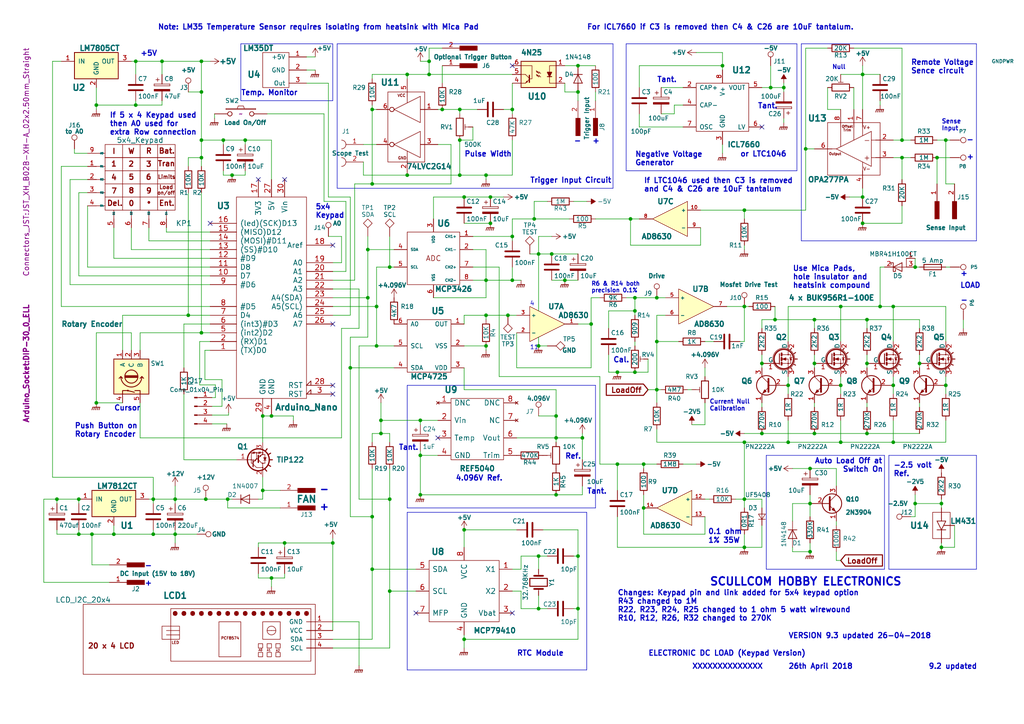
<source format=kicad_sch>
(kicad_sch (version 20230121) (generator eeschema)

  (uuid c0dab339-7200-490f-9e31-c88351ec25c5)

  (paper "A4")

  (title_block
    (date "29 apr 2017")
  )

  

  (junction (at 109.22 88.9) (diameter 0) (color 0 0 0 0)
    (uuid 009bea40-c6ab-4382-a7a7-5dd249f2666d)
  )
  (junction (at 142.24 64.77) (diameter 0) (color 0 0 0 0)
    (uuid 00fb6e88-9957-4c77-814d-fd9f1b51886b)
  )
  (junction (at 250.19 64.77) (diameter 0) (color 0 0 0 0)
    (uuid 043db40c-287d-4e83-80a3-5ad4c28cf681)
  )
  (junction (at 107.95 31.75) (diameter 0) (color 0 0 0 0)
    (uuid 046928e4-3f12-410f-b917-7ed1f7fc39f4)
  )
  (junction (at 251.46 125.73) (diameter 0) (color 0 0 0 0)
    (uuid 0d3d59f9-d781-4dbb-a361-ee857443e67d)
  )
  (junction (at 147.32 91.44) (diameter 0) (color 0 0 0 0)
    (uuid 0e882e62-5132-4e7f-b84a-b6c534d4131a)
  )
  (junction (at 234.95 146.05) (diameter 0) (color 0 0 0 0)
    (uuid 0e95e749-79d5-49bc-83b9-b6722752a31c)
  )
  (junction (at 78.74 120.65) (diameter 0) (color 0 0 0 0)
    (uuid 0ffe88c0-49e0-4352-9422-6f913a756c26)
  )
  (junction (at 71.12 40.64) (diameter 0) (color 0 0 0 0)
    (uuid 13a5470a-a5bf-42ff-a8ef-8cddc76647de)
  )
  (junction (at 106.68 72.39) (diameter 0) (color 0 0 0 0)
    (uuid 16c9ee7c-2f8b-4e00-b462-ebcd0d77ee79)
  )
  (junction (at 121.92 132.08) (diameter 0) (color 0 0 0 0)
    (uuid 193f888c-eb83-480e-bafd-7ef74e000293)
  )
  (junction (at 228.6 128.27) (diameter 0) (color 0 0 0 0)
    (uuid 1a011365-fd33-4fb1-8475-de570a234a15)
  )
  (junction (at 227.33 25.4) (diameter 0) (color 0 0 0 0)
    (uuid 1b6e421d-6d66-4cd0-9686-2a3775cd8ec5)
  )
  (junction (at 265.43 146.05) (diameter 0) (color 0 0 0 0)
    (uuid 1c257544-6587-4280-a5c5-ffe2fa538d4e)
  )
  (junction (at 156.21 100.33) (diameter 0) (color 0 0 0 0)
    (uuid 1c466665-ae42-4b17-9f4c-799148343285)
  )
  (junction (at 251.46 105.41) (diameter 0) (color 0 0 0 0)
    (uuid 1d730dd2-6b53-4b3c-ad53-ab310b2d3681)
  )
  (junction (at 154.94 63.5) (diameter 0) (color 0 0 0 0)
    (uuid 1ec3e635-a495-4904-85b9-a3a780a2d1dd)
  )
  (junction (at 54.61 91.44) (diameter 0) (color 0 0 0 0)
    (uuid 25548eb7-cf89-4f85-9257-d398970fc274)
  )
  (junction (at 259.08 88.9) (diameter 0) (color 0 0 0 0)
    (uuid 25af3824-4776-436e-9355-7fe05d29eeac)
  )
  (junction (at 148.59 81.28) (diameter 0) (color 0 0 0 0)
    (uuid 260e9ca8-a301-4edd-a5cd-45fb4ccf2d93)
  )
  (junction (at 142.24 57.15) (diameter 0) (color 0 0 0 0)
    (uuid 27dd389d-cc8f-4521-803d-09076bfbfd31)
  )
  (junction (at 251.46 92.71) (diameter 0) (color 0 0 0 0)
    (uuid 2aac4000-eb64-4234-bbc1-a8bbf9e75903)
  )
  (junction (at 107.95 165.1) (diameter 0) (color 0 0 0 0)
    (uuid 2ae17159-1c24-4f88-8d64-c77c873261b7)
  )
  (junction (at 140.97 50.8) (diameter 0) (color 0 0 0 0)
    (uuid 2b1a7aaa-7eda-4e38-8f56-3f4195eefc45)
  )
  (junction (at 39.37 17.78) (diameter 0) (color 0 0 0 0)
    (uuid 2de04134-4830-498c-869a-a37e08ba1697)
  )
  (junction (at 215.9 158.75) (diameter 0) (color 0 0 0 0)
    (uuid 2ef493ef-82e3-4755-af9d-8828ead400a0)
  )
  (junction (at 184.15 86.36) (diameter 0) (color 0 0 0 0)
    (uuid 30c09667-0302-4fa1-81fb-f3c27641db29)
  )
  (junction (at 96.52 157.48) (diameter 0) (color 0 0 0 0)
    (uuid 320672db-338e-48f4-bff3-8e249c3de089)
  )
  (junction (at 134.62 57.15) (diameter 0) (color 0 0 0 0)
    (uuid 330b5758-6456-46f4-9dd0-7bf7fafed021)
  )
  (junction (at 133.35 40.64) (diameter 0) (color 0 0 0 0)
    (uuid 35199ee0-8338-47f8-9739-7dc4d8bd8703)
  )
  (junction (at 140.97 81.28) (diameter 0) (color 0 0 0 0)
    (uuid 3579fe29-d5bf-496e-abc0-d9f636a58c6d)
  )
  (junction (at 168.91 127) (diameter 0) (color 0 0 0 0)
    (uuid 35bfb68a-11a4-4943-b497-c94fa120f2c4)
  )
  (junction (at 190.5 99.06) (diameter 0) (color 0 0 0 0)
    (uuid 3948a9e6-2f72-490b-83f7-4e16a32533ba)
  )
  (junction (at 171.45 93.98) (diameter 0) (color 0 0 0 0)
    (uuid 3ab97619-d799-4ce2-9195-2e593318877f)
  )
  (junction (at 228.6 111.76) (diameter 0) (color 0 0 0 0)
    (uuid 3df618dc-5886-4d8a-be4d-d7a1dc32080f)
  )
  (junction (at 107.95 53.34) (diameter 0) (color 0 0 0 0)
    (uuid 3e3b3548-1bb3-4316-aa3e-1fdeee419fdf)
  )
  (junction (at 67.31 50.8) (diameter 0) (color 0 0 0 0)
    (uuid 3f9e796c-35fc-4866-83c2-fd9e6bdac9cc)
  )
  (junction (at 167.64 26.67) (diameter 0) (color 0 0 0 0)
    (uuid 3fe158b5-396a-496c-8a88-272565e18f8e)
  )
  (junction (at 261.62 45.72) (diameter 0) (color 0 0 0 0)
    (uuid 4003e2ec-9ada-45b0-b60b-79f30d6400f8)
  )
  (junction (at 78.74 167.64) (diameter 0) (color 0 0 0 0)
    (uuid 43561682-7cde-486a-8a6e-af38641b3ef5)
  )
  (junction (at 160.02 73.66) (diameter 0) (color 0 0 0 0)
    (uuid 43c32df4-6b08-47ec-bdef-f40f3ebaf092)
  )
  (junction (at 186.69 134.62) (diameter 0) (color 0 0 0 0)
    (uuid 43e987a3-f0da-4c26-8a1b-c3b00bbc25bb)
  )
  (junction (at 22.86 144.78) (diameter 0) (color 0 0 0 0)
    (uuid 464aab46-83d1-4ab4-8e02-507e643667f3)
  )
  (junction (at 133.35 50.8) (diameter 0) (color 0 0 0 0)
    (uuid 46f71863-1765-4bd5-a1a1-d9fb4cdf0d18)
  )
  (junction (at 26.67 154.94) (diameter 0) (color 0 0 0 0)
    (uuid 4c3d2df7-2e21-4c28-9cb9-e16adf22822c)
  )
  (junction (at 46.99 17.78) (diameter 0) (color 0 0 0 0)
    (uuid 4e5a5728-d993-46b4-9b74-420d8addcae5)
  )
  (junction (at 58.42 17.78) (diameter 0) (color 0 0 0 0)
    (uuid 4f679ba5-ad65-4915-81a2-5cbf282fa84b)
  )
  (junction (at 58.42 26.67) (diameter 0) (color 0 0 0 0)
    (uuid 531c1c25-0d77-4106-87e0-ced2f1fcf4cb)
  )
  (junction (at 82.55 157.48) (diameter 0) (color 0 0 0 0)
    (uuid 55364418-2b83-4724-9144-19ec162a8a68)
  )
  (junction (at 39.37 30.48) (diameter 0) (color 0 0 0 0)
    (uuid 5d16569d-0640-4d1a-a265-2eefc197135d)
  )
  (junction (at 16.51 144.78) (diameter 0) (color 0 0 0 0)
    (uuid 5d9b17b7-d96a-45f5-8ad5-bf5880ffb73c)
  )
  (junction (at 133.35 31.75) (diameter 0) (color 0 0 0 0)
    (uuid 6261075b-95fc-41b1-8f10-ac3806dc3288)
  )
  (junction (at 44.45 144.78) (diameter 0) (color 0 0 0 0)
    (uuid 64c664cd-9236-48cb-9e9a-3475ec30f13c)
  )
  (junction (at 236.22 92.71) (diameter 0) (color 0 0 0 0)
    (uuid 64d7989c-238f-4758-b54b-02927958aa46)
  )
  (junction (at 59.69 144.78) (diameter 0) (color 0 0 0 0)
    (uuid 6ada5624-1423-4b84-b9b6-42d797182f14)
  )
  (junction (at 234.95 135.89) (diameter 0) (color 0 0 0 0)
    (uuid 70b5e439-57fb-44af-adda-a1d09d371774)
  )
  (junction (at 190.5 113.03) (diameter 0) (color 0 0 0 0)
    (uuid 7114de93-a4df-4a97-964b-6d032efa413f)
  )
  (junction (at 261.62 40.64) (diameter 0) (color 0 0 0 0)
    (uuid 73bb412e-6275-4cf1-a87d-8c5b344e7d4f)
  )
  (junction (at 184.15 107.95) (diameter 0) (color 0 0 0 0)
    (uuid 76a821bc-6a6c-4c89-9de7-1253f63a8daf)
  )
  (junction (at 106.68 86.36) (diameter 0) (color 0 0 0 0)
    (uuid 76f21600-8aae-4a32-b88b-02fe46f77e7f)
  )
  (junction (at 50.8 144.78) (diameter 0) (color 0 0 0 0)
    (uuid 77c6d049-b351-4050-8084-df8dedd94d69)
  )
  (junction (at 250.19 21.59) (diameter 0) (color 0 0 0 0)
    (uuid 781efaec-1a4b-46b2-9b1b-934d7102bb5e)
  )
  (junction (at 148.59 31.75) (diameter 0) (color 0 0 0 0)
    (uuid 78bfed4e-78f3-45d2-90ea-8f2a561a7e3a)
  )
  (junction (at 167.64 19.05) (diameter 0) (color 0 0 0 0)
    (uuid 7909fd16-996f-48c3-9d6f-4d93536289a6)
  )
  (junction (at 236.22 105.41) (diameter 0) (color 0 0 0 0)
    (uuid 799dd07a-b64e-40fe-b325-d366ad7d9487)
  )
  (junction (at 233.68 43.18) (diameter 0) (color 0 0 0 0)
    (uuid 7a6b95c3-5629-43d9-b098-febfd0bf619c)
  )
  (junction (at 101.6 106.68) (diameter 0) (color 0 0 0 0)
    (uuid 7c027495-c841-4a35-9ce1-778f0f565272)
  )
  (junction (at 271.78 45.72) (diameter 0) (color 0 0 0 0)
    (uuid 7c110c51-940f-4531-a6cb-8924e160e5b1)
  )
  (junction (at 50.8 154.94) (diameter 0) (color 0 0 0 0)
    (uuid 7ec128a6-2edd-4dc5-b50f-42f0d92afb8f)
  )
  (junction (at 118.11 21.59) (diameter 0) (color 0 0 0 0)
    (uuid 7f402294-1249-469c-8ef1-67240412ba1c)
  )
  (junction (at 110.49 121.92) (diameter 0) (color 0 0 0 0)
    (uuid 7f6af2f4-311d-4459-a10f-88853eee44f9)
  )
  (junction (at 107.95 149.86) (diameter 0) (color 0 0 0 0)
    (uuid 8028652b-52c4-44b8-830c-b0ada5fac244)
  )
  (junction (at 215.9 88.9) (diameter 0) (color 0 0 0 0)
    (uuid 80d98550-c159-4d91-8e64-ea28f5344858)
  )
  (junction (at 259.08 111.76) (diameter 0) (color 0 0 0 0)
    (uuid 8359ffb0-909c-48a1-bd21-61dd5cafbf74)
  )
  (junction (at 224.79 92.71) (diameter 0) (color 0 0 0 0)
    (uuid 84fb1374-92e0-4b93-b475-1d7a4b3006dc)
  )
  (junction (at 76.2 120.65) (diameter 0) (color 0 0 0 0)
    (uuid 883a1659-cbb5-4b59-95a9-baacf75b239a)
  )
  (junction (at 58.42 40.64) (diameter 0) (color 0 0 0 0)
    (uuid 893a403b-48fb-442c-aa1c-c8e11365b71a)
  )
  (junction (at 113.03 144.78) (diameter 0) (color 0 0 0 0)
    (uuid 89c3d47f-b387-4abf-a34f-1c872eb1a381)
  )
  (junction (at 33.02 154.94) (diameter 0) (color 0 0 0 0)
    (uuid 89e12670-0f4c-45c7-a4a3-58a6771b0aeb)
  )
  (junction (at 148.59 68.58) (diameter 0) (color 0 0 0 0)
    (uuid 8d1bca80-3076-437f-935e-c3e4aa5eaacd)
  )
  (junction (at 220.98 125.73) (diameter 0) (color 0 0 0 0)
    (uuid 905040a0-c622-4102-81da-7dc3dc45e40a)
  )
  (junction (at 140.97 91.44) (diameter 0) (color 0 0 0 0)
    (uuid 912aa542-0aa5-41b0-b504-37318fd477fd)
  )
  (junction (at 156.21 176.53) (diameter 0) (color 0 0 0 0)
    (uuid 91aea0c4-f8c2-4ffa-b0b8-fe8e6379fb62)
  )
  (junction (at 243.84 128.27) (diameter 0) (color 0 0 0 0)
    (uuid 950d3005-4848-4a26-83ed-7a87f529cb90)
  )
  (junction (at 27.94 116.84) (diameter 0) (color 0 0 0 0)
    (uuid 95ba4fa6-f488-4ec7-b8c6-65d4f2b751ec)
  )
  (junction (at 243.84 111.76) (diameter 0) (color 0 0 0 0)
    (uuid 984ac4b0-da5e-40ee-a849-d2e0e088dc9b)
  )
  (junction (at 215.9 60.96) (diameter 0) (color 0 0 0 0)
    (uuid 9bb0b1f5-2c29-4cdc-ad47-6e8499a1af4c)
  )
  (junction (at 161.29 120.65) (diameter 0) (color 0 0 0 0)
    (uuid 9bf3db7d-8019-4ace-8357-ec07625ba74b)
  )
  (junction (at 223.52 25.4) (diameter 0) (color 0 0 0 0)
    (uuid 9cedade0-e620-4736-8d8f-aef3bf85eb39)
  )
  (junction (at 236.22 125.73) (diameter 0) (color 0 0 0 0)
    (uuid 9ee38a63-dda3-48e9-962a-889290213042)
  )
  (junction (at 266.7 105.41) (diameter 0) (color 0 0 0 0)
    (uuid 9f4246d0-c769-46f7-94a3-3f096450cd1a)
  )
  (junction (at 64.77 40.64) (diameter 0) (color 0 0 0 0)
    (uuid a5a87e35-cfe1-49cd-babe-ed7f20151010)
  )
  (junction (at 179.07 107.95) (diameter 0) (color 0 0 0 0)
    (uuid aac1ca05-89e7-4da0-858e-61c91b7a858a)
  )
  (junction (at 113.03 171.45) (diameter 0) (color 0 0 0 0)
    (uuid abf6be8b-a944-444e-a1ef-9e253d16e579)
  )
  (junction (at 76.2 142.24) (diameter 0) (color 0 0 0 0)
    (uuid b07eed38-4aa8-41a7-a517-9592ed213380)
  )
  (junction (at 220.98 105.41) (diameter 0) (color 0 0 0 0)
    (uuid b1d50295-428b-451f-a0ce-080fedc18480)
  )
  (junction (at 215.9 128.27) (diameter 0) (color 0 0 0 0)
    (uuid b1f3a4ca-1cec-4bac-89ac-74edc6304324)
  )
  (junction (at 161.29 143.51) (diameter 0) (color 0 0 0 0)
    (uuid b28a49df-e5dc-42cb-9c7d-892941db4916)
  )
  (junction (at 66.04 144.78) (diameter 0) (color 0 0 0 0)
    (uuid b2d86c8a-8391-4d5f-8f5b-74d078e33e2d)
  )
  (junction (at 273.05 146.05) (diameter 0) (color 0 0 0 0)
    (uuid b5682b6e-85b8-432d-aca0-c6f2fab29ccc)
  )
  (junction (at 58.42 96.52) (diameter 0) (color 0 0 0 0)
    (uuid b64a61db-5f86-4fa5-8602-c178676bf95f)
  )
  (junction (at 156.21 161.29) (diameter 0) (color 0 0 0 0)
    (uuid b833042a-0213-473a-af3e-8ed0ea49fa24)
  )
  (junction (at 163.83 81.28) (diameter 0) (color 0 0 0 0)
    (uuid bb5a4e9f-6ca1-4d94-af8b-56497fded188)
  )
  (junction (at 243.84 88.9) (diameter 0) (color 0 0 0 0)
    (uuid bdb48397-723f-4199-b7f2-e647ce60e5cb)
  )
  (junction (at 167.64 176.53) (diameter 0) (color 0 0 0 0)
    (uuid bfc2199e-89d6-44b4-924c-0bc53c383796)
  )
  (junction (at 27.94 30.48) (diameter 0) (color 0 0 0 0)
    (uuid bfd75984-f4ac-454f-ae45-f2046d05a899)
  )
  (junction (at 124.46 17.78) (diameter 0) (color 0 0 0 0)
    (uuid c2cdd97d-4f0d-4eee-ba0d-a51ed0455be3)
  )
  (junction (at 179.07 134.62) (diameter 0) (color 0 0 0 0)
    (uuid c3128882-4a86-45d7-b4c0-c84e155a6702)
  )
  (junction (at 186.69 147.32) (diameter 0) (color 0 0 0 0)
    (uuid c353b7c7-b808-40d8-864b-73c8616d937d)
  )
  (junction (at 184.15 90.17) (diameter 0) (color 0 0 0 0)
    (uuid c71fea52-466d-4e93-8345-ac59c2db2e3c)
  )
  (junction (at 255.27 88.9) (diameter 0) (color 0 0 0 0)
    (uuid c8946769-4601-42f4-b6d0-5b408564c57e)
  )
  (junction (at 22.86 154.94) (diameter 0) (color 0 0 0 0)
    (uuid c9e806da-7940-4f1e-b7b5-24ea41d02926)
  )
  (junction (at 118.11 50.8) (diameter 0) (color 0 0 0 0)
    (uuid ccd3e10d-0079-4aa5-8d1b-d46595826a5c)
  )
  (junction (at 190.5 86.36) (diameter 0) (color 0 0 0 0)
    (uuid cd2baa7c-6b1a-4ef2-98c0-fb630903b25e)
  )
  (junction (at 113.03 77.47) (diameter 0) (color 0 0 0 0)
    (uuid cf6a5164-82d1-4ecb-a30e-ac7e0e989702)
  )
  (junction (at 182.88 63.5) (diameter 0) (color 0 0 0 0)
    (uuid d073beb0-8f0f-48c2-b582-f01ec8857307)
  )
  (junction (at 259.08 128.27) (diameter 0) (color 0 0 0 0)
    (uuid d1d01b2a-dc05-4c56-a568-a8aefc49b2bf)
  )
  (junction (at 274.32 111.76) (diameter 0) (color 0 0 0 0)
    (uuid d2a81043-1f62-4d08-8080-ca42d08f562d)
  )
  (junction (at 273.05 158.75) (diameter 0) (color 0 0 0 0)
    (uuid d2ce0779-5c74-45b5-8da2-641d254573c1)
  )
  (junction (at 121.92 121.92) (diameter 0) (color 0 0 0 0)
    (uuid d46aa0fb-5056-4ff8-ba4c-acdb6305ce61)
  )
  (junction (at 134.62 185.42) (diameter 0) (color 0 0 0 0)
    (uuid d6dab610-a16e-42e6-a97d-7168f043e47a)
  )
  (junction (at 121.92 143.51) (diameter 0) (color 0 0 0 0)
    (uuid d71e1fc8-b8be-4fc9-9cf2-d776140a50e4)
  )
  (junction (at 128.27 31.75) (diameter 0) (color 0 0 0 0)
    (uuid d7a9d838-73f4-4cc5-ba54-b6edc44f4845)
  )
  (junction (at 109.22 100.33) (diameter 0) (color 0 0 0 0)
    (uuid de3ac1fe-57b1-4503-854b-fce1e562c7f8)
  )
  (junction (at 156.21 73.66) (diameter 0) (color 0 0 0 0)
    (uuid decfa39b-da9d-4c71-adac-69c5c3a268ec)
  )
  (junction (at 234.95 160.02) (diameter 0) (color 0 0 0 0)
    (uuid e2ebbfe7-dc72-4111-a4b7-88f6f6212644)
  )
  (junction (at 209.55 19.05) (diameter 0) (color 0 0 0 0)
    (uuid e7e77ec6-b403-4fdd-a10d-651a4264d0c1)
  )
  (junction (at 124.46 21.59) (diameter 0) (color 0 0 0 0)
    (uuid e87f0d60-0d81-450a-a141-7e0eb926c066)
  )
  (junction (at 274.32 40.64) (diameter 0) (color 0 0 0 0)
    (uuid e8acbc82-d3a7-424c-b943-72f6d1051699)
  )
  (junction (at 44.45 154.94) (diameter 0) (color 0 0 0 0)
    (uuid e92c4eb0-2da3-4ef8-b4f7-36acce59d330)
  )
  (junction (at 215.9 144.78) (diameter 0) (color 0 0 0 0)
    (uuid ea0a27fb-0415-46db-92be-d7202d096b3c)
  )
  (junction (at 140.97 100.33) (diameter 0) (color 0 0 0 0)
    (uuid eb7e15f9-c8ef-4c21-ab28-fe20a3e5cf05)
  )
  (junction (at 265.43 77.47) (diameter 0) (color 0 0 0 0)
    (uuid ed4d9104-0964-422e-aa5e-6acb5fc342ac)
  )
  (junction (at 134.62 153.67) (diameter 0) (color 0 0 0 0)
    (uuid efdbfe55-6e44-4f9f-aef2-c02672930186)
  )
  (junction (at 167.64 161.29) (diameter 0) (color 0 0 0 0)
    (uuid f29d0244-ae0b-44eb-9d1e-38085dd15e88)
  )
  (junction (at 110.49 125.73) (diameter 0) (color 0 0 0 0)
    (uuid f33e70d5-c0a1-4c30-b95e-366fa3112056)
  )
  (junction (at 161.29 127) (diameter 0) (color 0 0 0 0)
    (uuid f58aea28-c32d-4a70-814c-5ecd838a0997)
  )
  (junction (at 58.42 45.72) (diameter 0) (color 0 0 0 0)
    (uuid f9a9d57d-7662-4480-ad78-ca862f6b1fa0)
  )
  (junction (at 250.19 57.15) (diameter 0) (color 0 0 0 0)
    (uuid fb6aa4b5-01ca-4d23-82b4-5166a3e596f8)
  )

  (no_connect (at 120.65 177.8) (uuid 01047da9-f2c6-4d93-98fa-fa554f8fe108))
  (no_connect (at 96.52 111.76) (uuid 0c772643-7ffd-40fa-9e62-cb1694285d28))
  (no_connect (at 96.52 114.3) (uuid 34289381-5c53-45bf-8853-c7cbfc64b58d))
  (no_connect (at 60.96 64.77) (uuid 3c819d6c-cf2e-47e2-a663-6312f66cef65))
  (no_connect (at 148.59 19.05) (uuid 60f5c9f1-12d2-4831-b511-a10e64da354c))
  (no_connect (at 148.59 177.8) (uuid 644e52d4-12d5-42b3-8701-3064dc3d3e49))
  (no_connect (at 74.93 52.07) (uuid 6f14970b-8839-4294-9f21-ad7275ad93a3))
  (no_connect (at 96.52 93.98) (uuid 7ab388f3-70a8-47db-88e0-def29ca34aa1))
  (no_connect (at 220.98 36.83) (uuid cf67e4cc-95b1-4520-8659-3889aca40a73))
  (no_connect (at 127 127) (uuid e7ca6cf4-d7cc-42fb-8577-8af262adc607))
  (no_connect (at 82.55 52.07) (uuid eed20f01-d1cb-4489-90fe-78586f7793f1))
  (no_connect (at 96.52 71.12) (uuid f4d10758-5fe2-4d33-b6be-8abb4f0ce661))

  (wire (pts (xy 82.55 167.64) (xy 82.55 166.37))
    (stroke (width 0) (type default))
    (uuid 008a0ccf-ced2-48fc-9583-c4c8ebbcd538)
  )
  (wire (pts (xy 184.15 86.36) (xy 190.5 86.36))
    (stroke (width 0) (type default))
    (uuid 012fd9ad-dc2c-4b30-b2bd-f28f555aba10)
  )
  (wire (pts (xy 259.08 40.64) (xy 261.62 40.64))
    (stroke (width 0) (type default))
    (uuid 013630e5-69a8-4eea-b287-ab725b7ddf8c)
  )
  (wire (pts (xy 243.84 162.56) (xy 242.57 162.56))
    (stroke (width 0) (type default))
    (uuid 01798979-7c8b-4bb3-b90d-3744d2283096)
  )
  (wire (pts (xy 27.94 30.48) (xy 39.37 30.48))
    (stroke (width 0) (type default))
    (uuid 01fc209d-0b0b-4e0b-8496-00b52250ae75)
  )
  (wire (pts (xy 204.47 154.94) (xy 204.47 149.86))
    (stroke (width 0) (type default))
    (uuid 024c5d22-5429-4742-b1b9-61476f22830e)
  )
  (wire (pts (xy 157.48 153.67) (xy 167.64 153.67))
    (stroke (width 0) (type default))
    (uuid 026f8f4c-73b5-4207-b542-9a24e56b52df)
  )
  (wire (pts (xy 134.62 113.03) (xy 161.29 113.03))
    (stroke (width 0) (type default))
    (uuid 0293807d-f40c-44b4-ba03-a8aeb451354c)
  )
  (wire (pts (xy 99.06 95.25) (xy 104.14 95.25))
    (stroke (width 0) (type default))
    (uuid 0294c937-07bc-4d7b-a757-6db2f0c48493)
  )
  (wire (pts (xy 134.62 57.15) (xy 142.24 57.15))
    (stroke (width 0) (type default))
    (uuid 02c90aec-8a90-4c02-ae89-57270da350cf)
  )
  (wire (pts (xy 96.52 78.74) (xy 100.33 78.74))
    (stroke (width 0) (type default))
    (uuid 0320b82a-a152-4294-9f5f-d4e1f255b1e8)
  )
  (wire (pts (xy 107.95 165.1) (xy 107.95 185.42))
    (stroke (width 0) (type default))
    (uuid 0321f1c0-7c13-43c0-8f44-b09f711b10fe)
  )
  (wire (pts (xy 64.77 40.64) (xy 71.12 40.64))
    (stroke (width 0) (type default))
    (uuid 038a9c7a-9b6f-4250-97dc-64006c0a4ab1)
  )
  (wire (pts (xy 38.1 17.78) (xy 39.37 17.78))
    (stroke (width 0) (type default))
    (uuid 03b21e96-14b6-4625-b81f-dd30052b542a)
  )
  (wire (pts (xy 100.33 78.74) (xy 100.33 58.42))
    (stroke (width 0) (type default))
    (uuid 03d60a02-443a-4039-a26c-a031cd45f02a)
  )
  (wire (pts (xy 265.43 146.05) (xy 265.43 149.86))
    (stroke (width 0) (type default))
    (uuid 03e59f4a-571c-471c-9616-77cfd2fcf4ef)
  )
  (wire (pts (xy 26.67 154.94) (xy 26.67 163.83))
    (stroke (width 0) (type default))
    (uuid 043ad369-3f3c-4fe7-af01-21782320683e)
  )
  (wire (pts (xy 134.62 64.77) (xy 142.24 64.77))
    (stroke (width 0) (type default))
    (uuid 04d0475c-8a34-4140-bdd1-cb85b1b6404b)
  )
  (wire (pts (xy 156.21 176.53) (xy 158.75 176.53))
    (stroke (width 0) (type default))
    (uuid 05126fbd-813b-4e10-a134-39b975b852fb)
  )
  (wire (pts (xy 233.68 60.96) (xy 233.68 43.18))
    (stroke (width 0) (type default))
    (uuid 060d206e-005c-49f6-af75-f905b6fda945)
  )
  (wire (pts (xy 250.19 19.05) (xy 250.19 21.59))
    (stroke (width 0) (type default))
    (uuid 07c7f641-e574-4abe-814f-fb8a3925fa59)
  )
  (wire (pts (xy 78.74 170.18) (xy 78.74 167.64))
    (stroke (width 0) (type default))
    (uuid 0866bde1-ed28-427d-a2a7-13350be9e4db)
  )
  (wire (pts (xy 38.1 72.39) (xy 60.96 72.39))
    (stroke (width 0) (type default))
    (uuid 0870a35b-fe51-4bdc-a79c-ee2395d072b6)
  )
  (wire (pts (xy 149.86 127) (xy 161.29 127))
    (stroke (width 0) (type default))
    (uuid 087dd7a4-3cde-422d-a83b-d34d0d0b77f2)
  )
  (wire (pts (xy 27.94 96.52) (xy 38.1 96.52))
    (stroke (width 0) (type default))
    (uuid 0962cb1b-7b7f-4aec-a3b6-708209a0ee8c)
  )
  (wire (pts (xy 21.59 44.45) (xy 25.4 44.45))
    (stroke (width 0) (type default))
    (uuid 096f1527-4c4f-4c33-97ad-a99a53d4c4c0)
  )
  (wire (pts (xy 46.99 17.78) (xy 58.42 17.78))
    (stroke (width 0) (type default))
    (uuid 09b167c8-5b32-4bd2-abe4-72a62290c6f3)
  )
  (wire (pts (xy 148.59 171.45) (xy 151.13 171.45))
    (stroke (width 0) (type default))
    (uuid 0a31ae08-6ef3-4c02-bc39-f65c84a4be5a)
  )
  (wire (pts (xy 64.77 49.53) (xy 64.77 50.8))
    (stroke (width 0) (type default))
    (uuid 0a554411-5195-4918-88b1-5eff501a3525)
  )
  (wire (pts (xy 54.61 45.72) (xy 54.61 48.26))
    (stroke (width 0) (type default))
    (uuid 0ae3b54f-94d4-4c90-8a0e-5679dca57ebf)
  )
  (wire (pts (xy 140.97 81.28) (xy 148.59 81.28))
    (stroke (width 0) (type default))
    (uuid 0c0134c9-f5ca-420d-ac1f-b0df90c8e6ce)
  )
  (wire (pts (xy 59.436 101.6) (xy 59.436 110.109))
    (stroke (width 0) (type default))
    (uuid 0c40a665-b7a8-4c27-ba28-b115e285a68e)
  )
  (wire (pts (xy 233.68 13.97) (xy 240.03 13.97))
    (stroke (width 0) (type default))
    (uuid 0cdc33a7-6b20-4f87-bb0b-eb26467cc363)
  )
  (wire (pts (xy 176.53 102.87) (xy 176.53 107.95))
    (stroke (width 0) (type default))
    (uuid 0d3095c7-cf94-44f5-b0e9-817382490fb5)
  )
  (wire (pts (xy 236.22 92.71) (xy 236.22 95.25))
    (stroke (width 0) (type default))
    (uuid 0da970f4-eb2a-4b99-ae58-73afaca5c9a3)
  )
  (wire (pts (xy 243.84 88.9) (xy 243.84 99.06))
    (stroke (width 0) (type default))
    (uuid 0dd2487b-8ba4-4128-814c-1934fe1bf2f4)
  )
  (wire (pts (xy 134.62 153.67) (xy 149.86 153.67))
    (stroke (width 0) (type default))
    (uuid 0e3dc898-7cff-44b8-9ebc-4be177bda9e9)
  )
  (wire (pts (xy 203.2 71.12) (xy 203.2 66.04))
    (stroke (width 0) (type default))
    (uuid 0e4a3de1-a96f-4a68-ba87-fd8054a7fc0d)
  )
  (wire (pts (xy 74.93 158.75) (xy 74.93 157.48))
    (stroke (width 0) (type default))
    (uuid 0ecd1bd6-d3fc-43d4-87da-8850b57e5017)
  )
  (wire (pts (xy 274.32 53.34) (xy 274.32 40.64))
    (stroke (width 0) (type default))
    (uuid 0f4abc7e-bb18-4f62-a12c-aeaf0578efc9)
  )
  (wire (pts (xy 168.91 127) (xy 168.91 133.35))
    (stroke (width 0) (type default))
    (uuid 0fecad5f-1423-4d6e-b44a-eeaab1c2d23b)
  )
  (wire (pts (xy 109.22 77.47) (xy 113.03 77.47))
    (stroke (width 0) (type default))
    (uuid 10e5f66b-f74d-4c2d-85c8-e6b151e99129)
  )
  (wire (pts (xy 104.14 144.78) (xy 113.03 144.78))
    (stroke (width 0) (type default))
    (uuid 1197ed07-46f4-4d1d-8b3e-3890f68e7996)
  )
  (wire (pts (xy 78.74 40.64) (xy 78.74 52.07))
    (stroke (width 0) (type default))
    (uuid 1208fd02-3972-4483-8b9b-1b08cbe6b34d)
  )
  (wire (pts (xy 118.11 50.8) (xy 133.35 50.8))
    (stroke (width 0) (type default))
    (uuid 136d36cd-a116-4135-96f0-fe7233acc78e)
  )
  (wire (pts (xy 228.6 88.9) (xy 243.84 88.9))
    (stroke (width 0) (type default))
    (uuid 137ae3eb-3d1a-4e67-bb32-2391ee40e58b)
  )
  (wire (pts (xy 161.29 113.03) (xy 161.29 120.65))
    (stroke (width 0) (type default))
    (uuid 13dade52-04dd-4853-a7e1-1f17e6ffd4ba)
  )
  (wire (pts (xy 153.67 73.66) (xy 156.21 73.66))
    (stroke (width 0) (type default))
    (uuid 13f21f9f-6fe8-46df-95bf-b92b8e377476)
  )
  (polyline (pts (xy 283.21 69.85) (xy 232.41 69.85))
    (stroke (width 0) (type default))
    (uuid 146c52c1-7882-4ce7-a518-f9b8ea68234e)
  )

  (wire (pts (xy 201.93 15.24) (xy 209.55 15.24))
    (stroke (width 0) (type default))
    (uuid 147e390c-a478-46e8-bb5f-5d3a1f1c5325)
  )
  (wire (pts (xy 48.26 67.31) (xy 48.26 66.04))
    (stroke (width 0) (type default))
    (uuid 15062399-0f97-470a-9147-24024662ccef)
  )
  (wire (pts (xy 53.34 93.98) (xy 53.34 106.68))
    (stroke (width 0) (type default))
    (uuid 151baf58-5e6d-4d10-bd7e-b649d5ee70cb)
  )
  (wire (pts (xy 26.67 154.94) (xy 33.02 154.94))
    (stroke (width 0) (type default))
    (uuid 15e76eaa-8cfb-4c30-8031-16e7a2e78284)
  )
  (wire (pts (xy 209.55 15.24) (xy 209.55 19.05))
    (stroke (width 0) (type default))
    (uuid 1641c015-a606-449e-a4a6-03e38e1ce32c)
  )
  (wire (pts (xy 190.5 113.03) (xy 191.77 113.03))
    (stroke (width 0) (type default))
    (uuid 1642645f-5d7f-46ab-aab8-0815750c9ae7)
  )
  (wire (pts (xy 125.73 57.15) (xy 134.62 57.15))
    (stroke (width 0) (type default))
    (uuid 174a396b-d91d-4183-ba41-5d732755f850)
  )
  (wire (pts (xy 190.5 128.27) (xy 190.5 124.46))
    (stroke (width 0) (type default))
    (uuid 17a27887-39de-4631-ad5a-e1dd2873a534)
  )
  (wire (pts (xy 148.59 77.47) (xy 148.59 81.28))
    (stroke (width 0) (type default))
    (uuid 183d49eb-c375-483f-87fa-8e7313c8d20f)
  )
  (wire (pts (xy 137.16 77.47) (xy 144.78 77.47))
    (stroke (width 0) (type default))
    (uuid 184ed32b-739b-4343-a62c-6e9407979a26)
  )
  (wire (pts (xy 35.56 116.84) (xy 27.94 116.84))
    (stroke (width 0) (type default))
    (uuid 188f4801-bbe4-4b6b-a6c7-dc8e7c83a23e)
  )
  (wire (pts (xy 64.389 110.109) (xy 64.389 117.856))
    (stroke (width 0) (type default))
    (uuid 195a0b32-fa34-40e6-913f-a7fc82846917)
  )
  (wire (pts (xy 166.37 58.42) (xy 170.18 58.42))
    (stroke (width 0) (type default))
    (uuid 197a6829-423d-4f5a-9d50-944e97b34c80)
  )
  (wire (pts (xy 81.28 142.24) (xy 76.2 142.24))
    (stroke (width 0) (type default))
    (uuid 197bdcf7-849d-4f99-9a7e-b949185db393)
  )
  (wire (pts (xy 220.98 158.75) (xy 220.98 152.4))
    (stroke (width 0) (type default))
    (uuid 197d3591-bfde-4c14-92df-f9931999b9c3)
  )
  (wire (pts (xy 107.95 128.27) (xy 107.95 125.73))
    (stroke (width 0) (type default))
    (uuid 19916158-e838-4357-b911-fbcd16f6fd54)
  )
  (wire (pts (xy 53.34 114.3) (xy 53.34 133.35))
    (stroke (width 0) (type default))
    (uuid 19f137fb-8187-4240-8e0a-d25c7a8af9f9)
  )
  (wire (pts (xy 113.03 144.78) (xy 113.03 171.45))
    (stroke (width 0) (type default))
    (uuid 1a2ddedf-c323-4330-b1fc-bb675874ba7a)
  )
  (wire (pts (xy 78.74 120.65) (xy 85.09 120.65))
    (stroke (width 0) (type default))
    (uuid 1b2fec1d-a0b0-4c31-a008-5fd84ae8febc)
  )
  (wire (pts (xy 61.468 122.936) (xy 65.786 122.936))
    (stroke (width 0) (type default))
    (uuid 1b435e82-6bac-4663-b09e-f6e233a8cd45)
  )
  (wire (pts (xy 107.95 185.42) (xy 96.52 185.42))
    (stroke (width 0) (type default))
    (uuid 1c029097-051e-4526-b112-3f00c22507f1)
  )
  (wire (pts (xy 160.02 81.28) (xy 163.83 81.28))
    (stroke (width 0) (type default))
    (uuid 1c2d31b3-d2a7-413a-acda-351aebbbf3be)
  )
  (wire (pts (xy 33.02 74.93) (xy 60.96 74.93))
    (stroke (width 0) (type default))
    (uuid 1d24bf90-0190-4ef1-bbff-f97a1b342eb1)
  )
  (wire (pts (xy 144.78 77.47) (xy 144.78 109.22))
    (stroke (width 0) (type default))
    (uuid 1dfd5ae0-226f-42a9-ac61-238c2cf15c9b)
  )
  (polyline (pts (xy 118.11 148.59) (xy 170.18 148.59))
    (stroke (width 0) (type default))
    (uuid 1e988901-fb6a-4acd-b64f-ad4f7722c677)
  )

  (wire (pts (xy 259.08 109.22) (xy 259.08 111.76))
    (stroke (width 0) (type default))
    (uuid 1f11210d-f703-4ed9-8a0e-7e9cd8ad251a)
  )
  (wire (pts (xy 59.69 144.78) (xy 66.04 144.78))
    (stroke (width 0) (type default))
    (uuid 2010526c-e847-4109-9a10-d2b78e2e5cf0)
  )
  (wire (pts (xy 146.05 31.75) (xy 148.59 31.75))
    (stroke (width 0) (type default))
    (uuid 2072c882-362f-4074-9b86-12148673e3eb)
  )
  (wire (pts (xy 161.29 120.65) (xy 161.29 127))
    (stroke (width 0) (type default))
    (uuid 20a25c38-2230-4228-aa35-c95c7e91ccdc)
  )
  (wire (pts (xy 242.57 135.89) (xy 242.57 140.97))
    (stroke (width 0) (type default))
    (uuid 2211411a-9de8-42df-88a6-183266f2df46)
  )
  (wire (pts (xy 101.6 149.86) (xy 107.95 149.86))
    (stroke (width 0) (type default))
    (uuid 222aee40-bc07-4f64-8ab9-0859e702ffaa)
  )
  (wire (pts (xy 167.64 26.67) (xy 167.64 29.21))
    (stroke (width 0) (type default))
    (uuid 222bf7fb-fac3-4d91-8e74-cb2e3779dc66)
  )
  (wire (pts (xy 128.27 31.75) (xy 133.35 31.75))
    (stroke (width 0) (type default))
    (uuid 222ddf5d-37c0-4a2f-9046-3a10edc24cd0)
  )
  (polyline (pts (xy 232.41 12.7) (xy 283.21 12.7))
    (stroke (width 0) (type default))
    (uuid 2396d44f-5b8f-43ef-a386-015b79209dc1)
  )

  (wire (pts (xy 261.62 45.72) (xy 261.62 52.07))
    (stroke (width 0) (type default))
    (uuid 2435e2cd-c2ef-498a-868b-5a6f661eb318)
  )
  (wire (pts (xy 173.99 109.22) (xy 173.99 134.62))
    (stroke (width 0) (type default))
    (uuid 248abfbf-19b2-4c6c-84f0-20b768806847)
  )
  (wire (pts (xy 220.98 25.4) (xy 223.52 25.4))
    (stroke (width 0) (type default))
    (uuid 250c83b3-6a75-4dc0-9ac9-1747c62ac35b)
  )
  (wire (pts (xy 229.87 146.05) (xy 234.95 146.05))
    (stroke (width 0) (type default))
    (uuid 260dbc2c-4db7-4b56-886f-653213f603d0)
  )
  (wire (pts (xy 247.65 25.4) (xy 247.65 31.75))
    (stroke (width 0) (type default))
    (uuid 2617602d-bc44-42ee-a734-297549b69f39)
  )
  (wire (pts (xy 104.14 83.82) (xy 96.52 83.82))
    (stroke (width 0) (type default))
    (uuid 2660d055-2e98-4cf6-91b8-b06ba22ef689)
  )
  (wire (pts (xy 227.33 24.13) (xy 227.33 25.4))
    (stroke (width 0) (type default))
    (uuid 2725e800-6c61-47b3-8f8a-a6ad703a2f36)
  )
  (wire (pts (xy 66.04 147.32) (xy 81.28 147.32))
    (stroke (width 0) (type default))
    (uuid 274256df-dcbe-4878-9412-8a9d7fb82333)
  )
  (wire (pts (xy 215.9 158.75) (xy 220.98 158.75))
    (stroke (width 0) (type default))
    (uuid 27ed10c0-1e5c-4cef-9ce3-967fa432f2d9)
  )
  (wire (pts (xy 15.24 138.43) (xy 44.45 138.43))
    (stroke (width 0) (type default))
    (uuid 283c1115-f49e-4ece-b762-a8d50fe95458)
  )
  (wire (pts (xy 167.64 176.53) (xy 167.64 185.42))
    (stroke (width 0) (type default))
    (uuid 286cca69-e155-4297-a1bf-2d3c1c4de09e)
  )
  (wire (pts (xy 50.8 153.67) (xy 50.8 154.94))
    (stroke (width 0) (type default))
    (uuid 28c060dc-39af-4e77-b661-ee37453808ef)
  )
  (wire (pts (xy 58.42 17.78) (xy 60.96 17.78))
    (stroke (width 0) (type default))
    (uuid 2954ff54-1fc9-4b94-97af-2331afded7a5)
  )
  (wire (pts (xy 255.27 30.48) (xy 255.27 29.21))
    (stroke (width 0) (type default))
    (uuid 29ab6c1a-be29-40e8-92f9-99adbba7ca0b)
  )
  (wire (pts (xy 179.07 149.86) (xy 179.07 158.75))
    (stroke (width 0) (type default))
    (uuid 2a529366-21ff-4413-9279-6ce3cb4c9260)
  )
  (wire (pts (xy 53.34 93.98) (xy 60.96 93.98))
    (stroke (width 0) (type default))
    (uuid 2ad10ecb-f1ff-430f-a785-73e2aa5223a1)
  )
  (polyline (pts (xy 97.79 12.7) (xy 97.79 54.61))
    (stroke (width 0) (type default))
    (uuid 2b6c2e5b-73f1-4abf-8a05-909ff1b6642b)
  )

  (wire (pts (xy 105.41 46.99) (xy 105.41 50.8))
    (stroke (width 0) (type default))
    (uuid 2c516c91-9e18-43fb-8866-7598ef613491)
  )
  (wire (pts (xy 54.61 26.67) (xy 58.42 26.67))
    (stroke (width 0) (type default))
    (uuid 2c5e81b0-e965-4cf8-b013-369fcd2084a1)
  )
  (wire (pts (xy 179.07 107.95) (xy 184.15 107.95))
    (stroke (width 0) (type default))
    (uuid 2c72a90b-8918-4782-999a-ed1777e5534d)
  )
  (wire (pts (xy 106.68 97.79) (xy 101.6 97.79))
    (stroke (width 0) (type default))
    (uuid 2c7fff71-5167-4e33-b172-b6505b45ad0c)
  )
  (wire (pts (xy 220.98 105.41) (xy 220.98 106.68))
    (stroke (width 0) (type default))
    (uuid 2c9507f4-39d4-4ac7-be94-f082dec01514)
  )
  (wire (pts (xy 185.42 36.83) (xy 185.42 33.02))
    (stroke (width 0) (type default))
    (uuid 2d1461c9-2fc9-4af8-8cef-4e53783881a6)
  )
  (wire (pts (xy 179.07 134.62) (xy 186.69 134.62))
    (stroke (width 0) (type default))
    (uuid 2d1d41e1-23fc-4753-9da8-46dc01134c30)
  )
  (wire (pts (xy 215.9 125.73) (xy 220.98 125.73))
    (stroke (width 0) (type default))
    (uuid 2e2b4e85-a102-46cd-9f21-1ab0823f5907)
  )
  (wire (pts (xy 215.9 72.39) (xy 215.9 71.12))
    (stroke (width 0) (type default))
    (uuid 2e3638c4-70a2-4a86-a6ba-6904168fcded)
  )
  (wire (pts (xy 127 132.08) (xy 121.92 132.08))
    (stroke (width 0) (type default))
    (uuid 2f2d24cb-74ee-4952-b80b-cd76b4e5b105)
  )
  (polyline (pts (xy 170.18 148.59) (xy 170.18 194.31))
    (stroke (width 0) (type default))
    (uuid 2f392a4f-83be-4b37-9738-ba9318a9c25f)
  )

  (wire (pts (xy 261.62 40.64) (xy 264.16 40.64))
    (stroke (width 0) (type default))
    (uuid 2f4e4a0c-c964-4e2e-9c63-6db769acd388)
  )
  (wire (pts (xy 215.9 128.27) (xy 228.6 128.27))
    (stroke (width 0) (type default))
    (uuid 2f60aae0-5281-4eae-972c-7d4c3f89081b)
  )
  (wire (pts (xy 107.95 30.48) (xy 107.95 31.75))
    (stroke (width 0) (type default))
    (uuid 2fafd78d-20bf-47b2-abd7-965137a78b33)
  )
  (wire (pts (xy 44.45 138.43) (xy 44.45 144.78))
    (stroke (width 0) (type default))
    (uuid 2fc1dae9-6c10-43ae-8bdb-af2a8d81aeb6)
  )
  (wire (pts (xy 140.97 91.44) (xy 147.32 91.44))
    (stroke (width 0) (type default))
    (uuid 2fdbfde3-7167-4af9-913b-bbfaf3046c19)
  )
  (wire (pts (xy 154.94 63.5) (xy 165.1 63.5))
    (stroke (width 0) (type default))
    (uuid 301db104-af3f-4541-a6f3-d92240d0624c)
  )
  (wire (pts (xy 39.37 17.78) (xy 46.99 17.78))
    (stroke (width 0) (type default))
    (uuid 30709dfd-bb98-4326-ad83-79b4c55f23d9)
  )
  (wire (pts (xy 154.94 58.42) (xy 154.94 63.5))
    (stroke (width 0) (type default))
    (uuid 30f3c1de-4b60-4845-8f9c-3b991be94c1a)
  )
  (wire (pts (xy 259.08 88.9) (xy 274.32 88.9))
    (stroke (width 0) (type default))
    (uuid 320d3e40-46f2-400b-a241-8c681ed0faaf)
  )
  (wire (pts (xy 66.04 144.78) (xy 67.31 144.78))
    (stroke (width 0) (type default))
    (uuid 323f0b43-0c31-4fea-9612-81b03f35d6d7)
  )
  (wire (pts (xy 273.05 158.75) (xy 276.86 158.75))
    (stroke (width 0) (type default))
    (uuid 32d73405-a487-4508-99b3-4149c142c9ea)
  )
  (wire (pts (xy 107.95 149.86) (xy 107.95 165.1))
    (stroke (width 0) (type default))
    (uuid 32ebee66-76fc-4729-af90-d3f7781204be)
  )
  (wire (pts (xy 137.16 40.64) (xy 133.35 40.64))
    (stroke (width 0) (type default))
    (uuid 32ed7219-ddd2-45b6-b0b2-baa2af330aee)
  )
  (wire (pts (xy 227.33 34.29) (xy 227.33 35.56))
    (stroke (width 0) (type default))
    (uuid 3379195a-e030-4c89-9646-e65a3495be26)
  )
  (wire (pts (xy 209.55 44.45) (xy 209.55 41.91))
    (stroke (width 0) (type default))
    (uuid 34095a08-b935-41e9-8118-f3420885e9da)
  )
  (wire (pts (xy 187.96 113.03) (xy 190.5 113.03))
    (stroke (width 0) (type default))
    (uuid 3440aff4-94ca-40e1-8f3a-20d99ad6469d)
  )
  (wire (pts (xy 151.13 165.1) (xy 151.13 161.29))
    (stroke (width 0) (type default))
    (uuid 3444fcaa-c2da-4a47-84dc-d8ee10475435)
  )
  (polyline (pts (xy 69.85 12.7) (xy 96.52 12.7))
    (stroke (width 0) (type default))
    (uuid 34bb203e-8b0f-4629-a280-347569fdef74)
  )

  (wire (pts (xy 22.86 154.94) (xy 26.67 154.94))
    (stroke (width 0) (type default))
    (uuid 35720dbe-07e5-4511-93f5-027e3bb6354b)
  )
  (wire (pts (xy 27.94 30.48) (xy 27.94 31.75))
    (stroke (width 0) (type default))
    (uuid 35d85476-f0ee-4420-81dd-3be75bf701b5)
  )
  (wire (pts (xy 134.62 91.44) (xy 140.97 91.44))
    (stroke (width 0) (type default))
    (uuid 3606921c-4e16-419d-bffe-5a4cfa2986c7)
  )
  (wire (pts (xy 176.53 107.95) (xy 179.07 107.95))
    (stroke (width 0) (type default))
    (uuid 37e7a348-99e1-4d17-a0c8-72bc4032216f)
  )
  (wire (pts (xy 187.96 107.95) (xy 187.96 104.14))
    (stroke (width 0) (type default))
    (uuid 38cdeeeb-ce2e-46be-a654-6ebf101b1967)
  )
  (wire (pts (xy 12.7 168.91) (xy 31.75 168.91))
    (stroke (width 0) (type default))
    (uuid 39c0e635-92d3-417f-bd3c-fb80c688324d)
  )
  (wire (pts (xy 156.21 68.58) (xy 156.21 73.66))
    (stroke (width 0) (type default))
    (uuid 39d2bf51-6322-4453-8339-958d7fdf8e7e)
  )
  (wire (pts (xy 220.98 95.25) (xy 220.98 92.71))
    (stroke (width 0) (type default))
    (uuid 3a473fd2-5c51-4d12-acf0-4182fe22d148)
  )
  (wire (pts (xy 76.2 142.24) (xy 76.2 144.78))
    (stroke (width 0) (type default))
    (uuid 3a50d5ef-22a6-4525-b73a-a7bedc89893a)
  )
  (polyline (pts (xy 96.52 29.21) (xy 69.85 29.21))
    (stroke (width 0) (type default))
    (uuid 3a83096c-7a38-4460-9866-a604a9ce7515)
  )

  (wire (pts (xy 113.03 68.58) (xy 113.03 77.47))
    (stroke (width 0) (type default))
    (uuid 3ac767a7-3a44-4b86-9ad2-c79e91df09ad)
  )
  (wire (pts (xy 124.46 13.97) (xy 124.46 17.78))
    (stroke (width 0) (type default))
    (uuid 3b84b5b6-bc89-4536-b465-efd06a93ad57)
  )
  (wire (pts (xy 137.16 36.83) (xy 137.16 40.64))
    (stroke (width 0) (type default))
    (uuid 3d9e9822-6c83-4a91-a201-379306aa544b)
  )
  (wire (pts (xy 16.51 153.67) (xy 16.51 154.94))
    (stroke (width 0) (type default))
    (uuid 3db90fce-6120-4305-ad4b-2ce2182c0b6b)
  )
  (wire (pts (xy 151.13 171.45) (xy 151.13 176.53))
    (stroke (width 0) (type default))
    (uuid 3dd57f94-ff03-49ee-9ff2-bdb2b997a8da)
  )
  (wire (pts (xy 190.5 99.06) (xy 190.5 113.03))
    (stroke (width 0) (type default))
    (uuid 3e7ded26-4a22-4935-b52e-6e110358fbf7)
  )
  (wire (pts (xy 182.88 63.5) (xy 185.42 63.5))
    (stroke (width 0) (type default))
    (uuid 3fd50c84-aba9-4468-99ca-c130aaac58d3)
  )
  (wire (pts (xy 261.62 13.97) (xy 261.62 40.64))
    (stroke (width 0) (type default))
    (uuid 4011a362-eb60-4407-ae67-959a65269bfa)
  )
  (wire (pts (xy 33.02 152.4) (xy 33.02 154.94))
    (stroke (width 0) (type default))
    (uuid 407ec1eb-fce1-42d2-8ac3-4f62a540bcd8)
  )
  (wire (pts (xy 106.68 72.39) (xy 106.68 86.36))
    (stroke (width 0) (type default))
    (uuid 414b58cc-d26d-4a74-a841-f2495cf01647)
  )
  (wire (pts (xy 106.68 72.39) (xy 114.3 72.39))
    (stroke (width 0) (type default))
    (uuid 41775945-99e6-4422-93e2-73164c85449f)
  )
  (wire (pts (xy 266.7 118.11) (xy 266.7 116.84))
    (stroke (width 0) (type default))
    (uuid 4187cf3c-957e-408a-9eee-7f12bfe823e4)
  )
  (wire (pts (xy 96.52 156.21) (xy 96.52 157.48))
    (stroke (width 0) (type default))
    (uuid 41a27c88-f276-4a97-ae4f-fe342a1953bf)
  )
  (wire (pts (xy 137.16 68.58) (xy 148.59 68.58))
    (stroke (width 0) (type default))
    (uuid 41f0e9ad-61cd-402d-97ba-fa4bde4d513a)
  )
  (wire (pts (xy 168.91 143.51) (xy 168.91 140.97))
    (stroke (width 0) (type default))
    (uuid 42fb4fb3-869b-42aa-a8d3-77f6c3c38fdd)
  )
  (wire (pts (xy 102.87 53.34) (xy 107.95 53.34))
    (stroke (width 0) (type default))
    (uuid 43535fb7-ee41-4afe-b798-cd9a84b6da2d)
  )
  (wire (pts (xy 121.92 123.19) (xy 121.92 121.92))
    (stroke (width 0) (type default))
    (uuid 4362c91f-8b7b-49d1-808d-2a0ce24d50ae)
  )
  (wire (pts (xy 107.95 22.86) (xy 107.95 21.59))
    (stroke (width 0) (type default))
    (uuid 43e87ead-77d7-4c16-b8bb-0c9191312353)
  )
  (wire (pts (xy 161.29 143.51) (xy 168.91 143.51))
    (stroke (width 0) (type default))
    (uuid 43e8ad0d-65ff-48c7-bf9f-fcc4c7268503)
  )
  (polyline (pts (xy 118.11 194.31) (xy 170.18 194.31))
    (stroke (width 0) (type default))
    (uuid 4458b8b1-ff84-4d2f-84a2-ba5fbcd3c715)
  )

  (wire (pts (xy 134.62 185.42) (xy 134.62 187.96))
    (stroke (width 0) (type default))
    (uuid 44eb3d23-d8fb-454a-98e8-1d8fab16af20)
  )
  (wire (pts (xy 82.55 157.48) (xy 96.52 157.48))
    (stroke (width 0) (type default))
    (uuid 457f8164-9851-4899-8edc-0b929aaea8fc)
  )
  (wire (pts (xy 99.06 127) (xy 99.06 95.25))
    (stroke (width 0) (type default))
    (uuid 45dd34e7-b4d2-4fe3-a010-d22f25c14835)
  )
  (wire (pts (xy 96.52 86.36) (xy 106.68 86.36))
    (stroke (width 0) (type default))
    (uuid 465d359d-b143-49b9-9e8e-785dbd0af9c1)
  )
  (wire (pts (xy 265.43 143.51) (xy 265.43 146.05))
    (stroke (width 0) (type default))
    (uuid 468834cc-1759-4ee3-8e6a-c27c34a80709)
  )
  (wire (pts (xy 147.32 91.44) (xy 149.86 91.44))
    (stroke (width 0) (type default))
    (uuid 46c3c59e-5997-4e2e-9f95-a144031c3b61)
  )
  (wire (pts (xy 67.31 50.8) (xy 71.12 50.8))
    (stroke (width 0) (type default))
    (uuid 47a1a232-e4b5-4d33-8a03-db5746ec18f8)
  )
  (wire (pts (xy 243.84 111.76) (xy 243.84 114.3))
    (stroke (width 0) (type default))
    (uuid 4914a040-dbcd-4d6c-a1d5-583b785c3b58)
  )
  (wire (pts (xy 184.15 100.33) (xy 184.15 99.06))
    (stroke (width 0) (type default))
    (uuid 4ab472ad-6329-4b53-833b-0ade9c40a5a1)
  )
  (wire (pts (xy 251.46 95.25) (xy 251.46 92.71))
    (stroke (width 0) (type default))
    (uuid 4bfd3cf2-0935-43c8-be54-3545e0494400)
  )
  (wire (pts (xy 110.49 121.92) (xy 110.49 125.73))
    (stroke (width 0) (type default))
    (uuid 4c903fe1-9f16-48ee-976d-c6e104b4fb6e)
  )
  (polyline (pts (xy 97.79 54.61) (xy 177.8 54.61))
    (stroke (width 0) (type default))
    (uuid 4cde0aa0-278a-4666-a07d-aa3e31076fe3)
  )

  (wire (pts (xy 101.6 106.68) (xy 101.6 149.86))
    (stroke (width 0) (type default))
    (uuid 4d141f2e-bed9-4349-85db-0e34a831851d)
  )
  (wire (pts (xy 74.93 157.48) (xy 82.55 157.48))
    (stroke (width 0) (type default))
    (uuid 4d2dcef8-deb3-4197-bc1b-d9c022c9e279)
  )
  (wire (pts (xy 107.95 125.73) (xy 110.49 125.73))
    (stroke (width 0) (type default))
    (uuid 4e5a1d7f-fa71-4e00-a830-24a578bd45bd)
  )
  (wire (pts (xy 46.99 30.48) (xy 46.99 29.21))
    (stroke (width 0) (type default))
    (uuid 4e60b6a8-f7d0-47a7-b8f5-29a2aa952f6e)
  )
  (wire (pts (xy 127 31.75) (xy 128.27 31.75))
    (stroke (width 0) (type default))
    (uuid 4fceba15-9c56-4c2d-a0e7-2260facbb1dc)
  )
  (wire (pts (xy 163.83 81.28) (xy 167.64 81.28))
    (stroke (width 0) (type default))
    (uuid 508cc0a0-2550-4a87-b459-22c90385e7cd)
  )
  (wire (pts (xy 181.61 86.36) (xy 184.15 86.36))
    (stroke (width 0) (type default))
    (uuid 5221e412-c9c1-4e93-9241-6efc4e9dd832)
  )
  (wire (pts (xy 250.19 57.15) (xy 246.38 57.15))
    (stroke (width 0) (type default))
    (uuid 532d01ed-b3f3-435f-84eb-f276ba6862be)
  )
  (wire (pts (xy 100.33 58.42) (xy 93.98 58.42))
    (stroke (width 0) (type default))
    (uuid 535a61d8-726e-4d23-ac3c-f79f025e81d3)
  )
  (wire (pts (xy 158.75 58.42) (xy 154.94 58.42))
    (stroke (width 0) (type default))
    (uuid 5387f31a-1926-4232-97a2-dc2e74d90da3)
  )
  (wire (pts (xy 25.4 77.47) (xy 60.96 77.47))
    (stroke (width 0) (type default))
    (uuid 553537ec-b086-431c-9f47-fce9812498e5)
  )
  (wire (pts (xy 93.98 58.42) (xy 93.98 33.02))
    (stroke (width 0) (type default))
    (uuid 5562a9ca-bb0f-4c14-a71a-ac3c715ce821)
  )
  (wire (pts (xy 203.2 60.96) (xy 215.9 60.96))
    (stroke (width 0) (type default))
    (uuid 5584d8a5-1e4e-4140-9e6a-dcf37d7a2bf1)
  )
  (polyline (pts (xy 177.8 12.7) (xy 97.79 12.7))
    (stroke (width 0) (type default))
    (uuid 5589bc87-bae4-49f2-bffa-1e61513cda75)
  )

  (wire (pts (xy 204.47 116.84) (xy 204.47 123.19))
    (stroke (width 0) (type default))
    (uuid 559b6fe1-a175-41e2-b326-318b362ad275)
  )
  (wire (pts (xy 271.78 53.34) (xy 271.78 45.72))
    (stroke (width 0) (type default))
    (uuid 564cff54-be29-4651-96ac-30fba787f6fe)
  )
  (wire (pts (xy 39.37 17.78) (xy 39.37 21.59))
    (stroke (width 0) (type default))
    (uuid 56ba441c-90dc-490d-b548-b4dec6fed58f)
  )
  (wire (pts (xy 243.84 121.92) (xy 243.84 128.27))
    (stroke (width 0) (type default))
    (uuid 578119ff-91c2-466a-b3da-63ab6351c2bd)
  )
  (wire (pts (xy 78.74 167.64) (xy 82.55 167.64))
    (stroke (width 0) (type default))
    (uuid 57d68862-3ce9-4b76-b275-50c16e692df3)
  )
  (wire (pts (xy 71.12 50.8) (xy 71.12 49.53))
    (stroke (width 0) (type default))
    (uuid 59cf2224-03d2-4407-8b57-4ab912830162)
  )
  (wire (pts (xy 185.42 19.05) (xy 209.55 19.05))
    (stroke (width 0) (type default))
    (uuid 59e01479-6eb7-4bbd-a025-dfd586469ad2)
  )
  (wire (pts (xy 148.59 24.13) (xy 148.59 31.75))
    (stroke (width 0) (type default))
    (uuid 59ec2402-76c3-4828-9924-938b0c4f3558)
  )
  (wire (pts (xy 167.64 161.29) (xy 167.64 176.53))
    (stroke (width 0) (type default))
    (uuid 5b322659-ea97-4f78-b381-19030585ec72)
  )
  (wire (pts (xy 215.9 88.9) (xy 217.17 88.9))
    (stroke (width 0) (type default))
    (uuid 5ba4c4ab-a486-41f6-973b-b4bb7abf9d32)
  )
  (wire (pts (xy 140.97 81.28) (xy 140.97 86.36))
    (stroke (width 0) (type default))
    (uuid 5bc8626e-463e-41b3-93e8-b738745fc2ef)
  )
  (wire (pts (xy 62.484 111.633) (xy 62.484 115.316))
    (stroke (width 0) (type default))
    (uuid 5c3b2e03-5ff1-483f-90ab-e127a23dcdb3)
  )
  (wire (pts (xy 107.95 135.89) (xy 107.95 149.86))
    (stroke (width 0) (type default))
    (uuid 5cb25d92-39b8-4b36-aa0c-d7effff964dc)
  )
  (wire (pts (xy 186.69 143.51) (xy 186.69 147.32))
    (stroke (width 0) (type default))
    (uuid 5cc147b8-caa2-4f18-b844-5a73d524a32d)
  )
  (wire (pts (xy 190.5 128.27) (xy 215.9 128.27))
    (stroke (width 0) (type default))
    (uuid 5ccbdc4e-7bb2-469f-a951-8ae3a3a82da8)
  )
  (wire (pts (xy 229.87 151.13) (xy 229.87 146.05))
    (stroke (width 0) (type default))
    (uuid 5d12a8da-8e5d-433b-be3b-098a8a47a3ac)
  )
  (polyline (pts (xy 96.52 12.7) (xy 96.52 29.21))
    (stroke (width 0) (type default))
    (uuid 5d76cd74-1ff5-4e35-a2ad-c253ce680d1c)
  )

  (wire (pts (xy 228.6 128.27) (xy 243.84 128.27))
    (stroke (width 0) (type default))
    (uuid 5dffd1ea-f0d8-48b8-8460-9e80b245b911)
  )
  (wire (pts (xy 54.61 55.88) (xy 54.61 91.44))
    (stroke (width 0) (type default))
    (uuid 5e0389a7-04c7-49bd-ab39-8daff29e5fcc)
  )
  (wire (pts (xy 113.03 171.45) (xy 113.03 187.96))
    (stroke (width 0) (type default))
    (uuid 5e0befb0-09fa-4734-960e-a85ca1620862)
  )
  (wire (pts (xy 58.42 26.67) (xy 58.42 40.64))
    (stroke (width 0) (type default))
    (uuid 5f46dd81-f868-4a07-b65a-fe276d5db3ca)
  )
  (wire (pts (xy 22.86 55.88) (xy 25.4 55.88))
    (stroke (width 0) (type default))
    (uuid 5f48d28d-9623-41bb-bb98-ad4fd863ae81)
  )
  (wire (pts (xy 12.7 144.78) (xy 12.7 168.91))
    (stroke (width 0) (type default))
    (uuid 5f8f116f-df95-42e6-980d-815a2cf3d417)
  )
  (wire (pts (xy 204.47 109.22) (xy 204.47 106.68))
    (stroke (width 0) (type default))
    (uuid 5fd5342e-d3d7-4370-8d45-d10c726ce2f3)
  )
  (wire (pts (xy 156.21 73.66) (xy 156.21 90.17))
    (stroke (width 0) (type default))
    (uuid 6217b8ba-d3d4-4b22-91de-fb81277b4e80)
  )
  (wire (pts (xy 128.27 24.13) (xy 128.27 19.05))
    (stroke (width 0) (type default))
    (uuid 630c17b4-4d9d-48c6-88c4-adb202b82714)
  )
  (wire (pts (xy 27.94 116.84) (xy 27.94 96.52))
    (stroke (width 0) (type default))
    (uuid 6359aa58-a6a3-44fa-aaa5-a8f1e21fbd4a)
  )
  (wire (pts (xy 107.95 31.75) (xy 109.22 31.75))
    (stroke (width 0) (type default))
    (uuid 635a1d0c-91f4-4b1a-8adb-42e3ff98b1d4)
  )
  (wire (pts (xy 209.55 19.05) (xy 209.55 20.32))
    (stroke (width 0) (type default))
    (uuid 639e9243-aae9-4d73-831c-29c37a87503c)
  )
  (wire (pts (xy 48.26 67.31) (xy 60.96 67.31))
    (stroke (width 0) (type default))
    (uuid 63d4afd1-df98-4cb8-ba17-1cb0f37df520)
  )
  (wire (pts (xy 224.79 92.71) (xy 236.22 92.71))
    (stroke (width 0) (type default))
    (uuid 63e0318a-dcce-4463-99d7-12f90525a260)
  )
  (wire (pts (xy 148.59 165.1) (xy 151.13 165.1))
    (stroke (width 0) (type default))
    (uuid 64b29116-f121-4a6d-bb69-2548888b048c)
  )
  (wire (pts (xy 43.18 69.85) (xy 43.18 66.04))
    (stroke (width 0) (type default))
    (uuid 64e95d93-d99a-4578-8a97-554cd2960e97)
  )
  (wire (pts (xy 113.03 77.47) (xy 114.3 77.47))
    (stroke (width 0) (type default))
    (uuid 65315a5f-f13e-4ec6-a1bb-d00df867b686)
  )
  (wire (pts (xy 104.14 100.33) (xy 104.14 144.78))
    (stroke (width 0) (type default))
    (uuid 6575b67b-9690-492b-8df4-d44af63daea4)
  )
  (wire (pts (xy 20.32 52.07) (xy 25.4 52.07))
    (stroke (width 0) (type default))
    (uuid 658802f4-1ba4-4d74-8b42-b2180f1d73da)
  )
  (wire (pts (xy 142.24 57.15) (xy 146.05 57.15))
    (stroke (width 0) (type default))
    (uuid 66137288-9756-4376-ba6f-da62085a8db1)
  )
  (wire (pts (xy 156.21 100.33) (xy 158.75 100.33))
    (stroke (width 0) (type default))
    (uuid 663c6bfd-dff5-4dd3-9842-f3b98b8088f2)
  )
  (wire (pts (xy 110.49 121.92) (xy 121.92 121.92))
    (stroke (width 0) (type default))
    (uuid 66593c4e-98ba-4409-b0d6-a8a1a389275c)
  )
  (wire (pts (xy 16.51 144.78) (xy 22.86 144.78))
    (stroke (width 0) (type default))
    (uuid 66a641e1-4b2d-43dd-aeb1-9c52675242af)
  )
  (wire (pts (xy 261.62 45.72) (xy 264.16 45.72))
    (stroke (width 0) (type default))
    (uuid 66c61a01-3642-4529-a63d-863d371c124b)
  )
  (wire (pts (xy 199.39 113.03) (xy 200.66 113.03))
    (stroke (width 0) (type default))
    (uuid 66db4d83-5e19-4534-8b7b-c004a177a5cc)
  )
  (polyline (pts (xy 69.85 29.21) (xy 69.85 12.7))
    (stroke (width 0) (type default))
    (uuid 67793aec-ffe5-42cf-ac93-9b939bf15400)
  )

  (wire (pts (xy 234.95 146.05) (xy 234.95 149.86))
    (stroke (width 0) (type default))
    (uuid 678496e9-d042-4e19-b899-cb8055d6fb3a)
  )
  (polyline (pts (xy 257.81 132.08) (xy 257.81 165.1))
    (stroke (width 0) (type default))
    (uuid 678ede25-9414-4999-a2fc-3c8b085b283a)
  )

  (wire (pts (xy 224.79 88.9) (xy 224.79 92.71))
    (stroke (width 0) (type default))
    (uuid 6797105d-d2c3-4165-a7ea-773e74a8ecb8)
  )
  (wire (pts (xy 76.2 144.78) (xy 74.93 144.78))
    (stroke (width 0) (type default))
    (uuid 67bf42a0-cdf2-47d1-b54d-6db279d1f7c9)
  )
  (wire (pts (xy 234.95 135.89) (xy 242.57 135.89))
    (stroke (width 0) (type default))
    (uuid 680286cf-bb9f-43aa-9c86-004dbbfd2220)
  )
  (polyline (pts (xy 118.11 194.31) (xy 118.11 148.59))
    (stroke (width 0) (type default))
    (uuid 69fd3c0f-fa99-4cff-bd87-2c4accd0b2ad)
  )

  (wire (pts (xy 140.97 100.33) (xy 140.97 101.6))
    (stroke (width 0) (type default))
    (uuid 6aba5f48-070f-4dfb-a21a-65b93dfe138d)
  )
  (wire (pts (xy 110.49 125.73) (xy 113.03 125.73))
    (stroke (width 0) (type default))
    (uuid 6ad8a250-51f3-4eb7-9171-95b528bd9464)
  )
  (wire (pts (xy 50.8 140.97) (xy 50.8 144.78))
    (stroke (width 0) (type default))
    (uuid 6af7bad4-da91-4d99-855f-b4c491b85286)
  )
  (wire (pts (xy 124.46 17.78) (xy 124.46 21.59))
    (stroke (width 0) (type default))
    (uuid 6b33f7e3-cf36-470c-90db-c3cf8708b809)
  )
  (wire (pts (xy 250.19 21.59) (xy 250.19 31.75))
    (stroke (width 0) (type default))
    (uuid 6cb21dbe-85c5-4ce4-beb8-47aad23dfd1c)
  )
  (polyline (pts (xy 231.14 12.7) (xy 181.61 12.7))
    (stroke (width 0) (type default))
    (uuid 6cce4e29-78c2-43e4-8efe-939796f4ae74)
  )

  (wire (pts (xy 172.72 29.21) (xy 172.72 26.67))
    (stroke (width 0) (type default))
    (uuid 6cf6fee0-1470-4a16-9112-7a704c6e70b3)
  )
  (wire (pts (xy 243.84 88.9) (xy 255.27 88.9))
    (stroke (width 0) (type default))
    (uuid 6d625770-98f6-4b25-b89f-1463d745d047)
  )
  (wire (pts (xy 251.46 102.87) (xy 251.46 105.41))
    (stroke (width 0) (type default))
    (uuid 6dc411b6-a2c0-4c4f-972d-b9213ed0516f)
  )
  (wire (pts (xy 168.91 125.73) (xy 168.91 127))
    (stroke (width 0) (type default))
    (uuid 6e8a1c45-3a5e-4487-9fe0-991c357bf263)
  )
  (wire (pts (xy 215.9 60.96) (xy 215.9 63.5))
    (stroke (width 0) (type default))
    (uuid 7096aec8-2dae-41c2-9069-f03e7fbb9c55)
  )
  (wire (pts (xy 15.24 17.78) (xy 17.78 17.78))
    (stroke (width 0) (type default))
    (uuid 7179faac-b83a-4c2e-bce9-15884e6a9cab)
  )
  (wire (pts (xy 57.912 99.06) (xy 57.912 111.633))
    (stroke (width 0) (type default))
    (uuid 71ce4939-16bb-4914-8a16-db8cbec89e59)
  )
  (wire (pts (xy 105.41 50.8) (xy 118.11 50.8))
    (stroke (width 0) (type default))
    (uuid 72d676e5-2f81-4950-9fa6-7a97c96f4942)
  )
  (wire (pts (xy 130.81 53.34) (xy 130.81 41.91))
    (stroke (width 0) (type default))
    (uuid 72f8ee52-e3fe-4dc0-b9a0-d723af4ca235)
  )
  (wire (pts (xy 43.18 69.85) (xy 60.96 69.85))
    (stroke (width 0) (type default))
    (uuid 730bdbd4-4daa-4852-bdb0-247705e56dd4)
  )
  (wire (pts (xy 156.21 161.29) (xy 158.75 161.29))
    (stroke (width 0) (type default))
    (uuid 7313d5fd-20c0-41a3-bba7-2d72de680748)
  )
  (wire (pts (xy 171.45 86.36) (xy 173.99 86.36))
    (stroke (width 0) (type default))
    (uuid 73d8537a-f381-47cf-8242-cf3cc998ac10)
  )
  (wire (pts (xy 255.27 77.47) (xy 255.27 88.9))
    (stroke (width 0) (type default))
    (uuid 743858eb-64b7-4d15-a9b3-80c1b8afe8c8)
  )
  (wire (pts (xy 190.5 113.03) (xy 190.5 116.84))
    (stroke (width 0) (type default))
    (uuid 74534dd5-9e86-494d-a8d6-3e5583e9bbcb)
  )
  (wire (pts (xy 58.42 55.88) (xy 58.42 96.52))
    (stroke (width 0) (type default))
    (uuid 755f3fae-087f-46a8-9a0b-e42400863c8a)
  )
  (wire (pts (xy 228.6 109.22) (xy 228.6 111.76))
    (stroke (width 0) (type default))
    (uuid 758f4701-2ebf-4705-9d78-22902344c4d5)
  )
  (wire (pts (xy 156.21 172.72) (xy 156.21 176.53))
    (stroke (width 0) (type default))
    (uuid 75dc214c-d0db-44e6-8289-39fb60eb455e)
  )
  (wire (pts (xy 151.13 161.29) (xy 156.21 161.29))
    (stroke (width 0) (type default))
    (uuid 76d39b53-a574-4169-aaff-093a99712eb7)
  )
  (wire (pts (xy 107.95 53.34) (xy 130.81 53.34))
    (stroke (width 0) (type default))
    (uuid 7725ee88-e830-49de-822e-b2d271e7063f)
  )
  (wire (pts (xy 91.44 20.32) (xy 88.9 20.32))
    (stroke (width 0) (type default))
    (uuid 781f7de4-8d28-4c9d-bee9-7c98ac57115d)
  )
  (wire (pts (xy 229.87 135.89) (xy 234.95 135.89))
    (stroke (width 0) (type default))
    (uuid 78b2b3e1-6eab-4910-9bdc-b8e3326b3015)
  )
  (wire (pts (xy 44.45 154.94) (xy 50.8 154.94))
    (stroke (width 0) (type default))
    (uuid 78bd5cff-4f92-4810-b946-50865bb4a037)
  )
  (wire (pts (xy 82.55 158.75) (xy 82.55 157.48))
    (stroke (width 0) (type default))
    (uuid 7a8aaf75-85b5-4700-a44a-96f9bb44b679)
  )
  (wire (pts (xy 275.59 77.47) (xy 274.32 77.47))
    (stroke (width 0) (type default))
    (uuid 7a91f547-2293-4e18-91a9-f437b6411a90)
  )
  (wire (pts (xy 39.37 29.21) (xy 39.37 30.48))
    (stroke (width 0) (type default))
    (uuid 7b0cd706-37b7-4e6d-a5d3-b35289ce6b0e)
  )
  (wire (pts (xy 140.97 72.39) (xy 140.97 81.28))
    (stroke (width 0) (type default))
    (uuid 7b72a5e6-2677-468b-ba5a-54b4b47b8320)
  )
  (wire (pts (xy 234.95 157.48) (xy 234.95 160.02))
    (stroke (width 0) (type default))
    (uuid 7b807781-726a-4dff-9560-3dc3fc7ea2e9)
  )
  (wire (pts (xy 156.21 100.33) (xy 156.21 97.79))
    (stroke (width 0) (type default))
    (uuid 7ba9c699-9876-4e29-a2dd-84106dd77e6c)
  )
  (polyline (pts (xy 222.25 132.08) (xy 222.25 165.1))
    (stroke (width 0) (type default))
    (uuid 7d7eec74-dc3f-49bd-b541-c1d8da684b9b)
  )

  (wire (pts (xy 191.77 25.4) (xy 198.12 25.4))
    (stroke (width 0) (type default))
    (uuid 7da8c406-0696-40a7-9319-79cde0533790)
  )
  (wire (pts (xy 113.03 125.73) (xy 113.03 128.27))
    (stroke (width 0) (type default))
    (uuid 7e54333f-468c-4d65-8f8f-d10370d8a442)
  )
  (wire (pts (xy 50.8 144.78) (xy 59.69 144.78))
    (stroke (width 0) (type default))
    (uuid 7f3b7083-428e-40be-8fb2-e354f9e90381)
  )
  (wire (pts (xy 113.03 171.45) (xy 120.65 171.45))
    (stroke (width 0) (type default))
    (uuid 7f4b3f98-c222-47f6-b422-0e3ed2666de5)
  )
  (wire (pts (xy 251.46 118.11) (xy 251.46 116.84))
    (stroke (width 0) (type default))
    (uuid 7fb53716-6530-4652-badc-f7d3e9a713bf)
  )
  (wire (pts (xy 71.12 40.64) (xy 78.74 40.64))
    (stroke (width 0) (type default))
    (uuid 819eea0a-b85d-49e1-828d-2cf74c3e238a)
  )
  (wire (pts (xy 140.97 52.07) (xy 140.97 50.8))
    (stroke (width 0) (type default))
    (uuid 81f657a1-78e0-4516-9069-c1cae197c789)
  )
  (wire (pts (xy 265.43 149.86) (xy 264.16 149.86))
    (stroke (width 0) (type default))
    (uuid 82939695-4e2c-4646-8816-c91fbe46568b)
  )
  (wire (pts (xy 261.62 64.77) (xy 261.62 59.69))
    (stroke (width 0) (type default))
    (uuid 832fbe4f-5e3f-41c3-8425-11be734b6566)
  )
  (wire (pts (xy 179.07 142.24) (xy 179.07 134.62))
    (stroke (width 0) (type default))
    (uuid 83fe40a3-0f58-41e1-b8bd-8f32e5b72a48)
  )
  (wire (pts (xy 148.59 50.8) (xy 148.59 40.64))
    (stroke (width 0) (type default))
    (uuid 8406849d-607b-44a8-b86b-ee1631d837b6)
  )
  (wire (pts (xy 15.24 17.78) (xy 15.24 138.43))
    (stroke (width 0) (type default))
    (uuid 842633fd-be35-499c-8773-ed31e748005f)
  )
  (wire (pts (xy 171.45 86.36) (xy 171.45 93.98))
    (stroke (width 0) (type default))
    (uuid 86353259-db6d-4c24-bf7c-5b03e356dcf4)
  )
  (wire (pts (xy 266.7 102.87) (xy 266.7 105.41))
    (stroke (width 0) (type default))
    (uuid 86aaa91b-70e4-4c26-bfc9-8412db184bb1)
  )
  (wire (pts (xy 66.294 120.396) (xy 66.294 119.761))
    (stroke (width 0) (type default))
    (uuid 86b237f5-b3ac-4216-be43-a7a04f32aaf2)
  )
  (wire (pts (xy 160.02 73.66) (xy 167.64 73.66))
    (stroke (width 0) (type default))
    (uuid 890a4a64-16c8-40d7-b0a7-81118f1bd09c)
  )
  (wire (pts (xy 133.35 31.75) (xy 138.43 31.75))
    (stroke (width 0) (type default))
    (uuid 898cb829-a4ab-4f0d-9f97-8b5799c060a8)
  )
  (wire (pts (xy 266.7 105.41) (xy 266.7 106.68))
    (stroke (width 0) (type default))
    (uuid 89c02292-afb6-425d-98b8-96ef72a74ce4)
  )
  (wire (pts (xy 195.58 30.48) (xy 195.58 33.02))
    (stroke (width 0) (type default))
    (uuid 89d55637-db9b-4e1c-ae2b-9c9a91a186ff)
  )
  (wire (pts (xy 74.93 166.37) (xy 74.93 167.64))
    (stroke (width 0) (type default))
    (uuid 8a7b9407-4670-4682-a88d-1a8a94f6ed90)
  )
  (wire (pts (xy 151.13 176.53) (xy 156.21 176.53))
    (stroke (width 0) (type default))
    (uuid 8b536130-c322-4af2-b483-246e6e040b0a)
  )
  (wire (pts (xy 101.6 57.15) (xy 101.6 91.44))
    (stroke (width 0) (type default))
    (uuid 8c122155-e4fc-498c-b2c0-6fecf84cf317)
  )
  (wire (pts (xy 74.93 167.64) (xy 78.74 167.64))
    (stroke (width 0) (type default))
    (uuid 8cdd5452-fd44-4ec9-a09a-bbc6a2d233e4)
  )
  (wire (pts (xy 62.23 34.29) (xy 62.23 33.02))
    (stroke (width 0) (type default))
    (uuid 8d59e08f-a369-4190-80d9-f8644c976932)
  )
  (wire (pts (xy 95.25 24.13) (xy 95.25 57.15))
    (stroke (width 0) (type default))
    (uuid 8ddf22c7-27e0-4c1f-b2d0-0d01aded8d7a)
  )
  (wire (pts (xy 251.46 125.73) (xy 266.7 125.73))
    (stroke (width 0) (type default))
    (uuid 8e12da81-1a14-48d0-9fed-e88794d48aac)
  )
  (wire (pts (xy 184.15 107.95) (xy 187.96 107.95))
    (stroke (width 0) (type default))
    (uuid 8eecb774-cdc2-42ad-89a6-454ec41f9b95)
  )
  (wire (pts (xy 265.43 146.05) (xy 273.05 146.05))
    (stroke (width 0) (type default))
    (uuid 8fd48e0f-ce71-4c4c-9ad5-a9cf7c553507)
  )
  (wire (pts (xy 173.99 134.62) (xy 179.07 134.62))
    (stroke (width 0) (type default))
    (uuid 8ff808e5-e093-4886-82f2-e5871b9896d6)
  )
  (wire (pts (xy 234.95 143.51) (xy 234.95 146.05))
    (stroke (width 0) (type default))
    (uuid 900cf0a4-0b04-46e1-9af7-35950228f9b8)
  )
  (polyline (pts (xy 222.25 165.1) (xy 256.54 165.1))
    (stroke (width 0) (type default))
    (uuid 9020d5e4-a8e6-4f80-80ae-12d9ebfd3bbc)
  )

  (wire (pts (xy 60.96 101.6) (xy 59.436 101.6))
    (stroke (width 0) (type default))
    (uuid 902373cc-06b5-45a6-b2f5-e6c7c857bf9c)
  )
  (wire (pts (xy 274.32 128.27) (xy 274.32 121.92))
    (stroke (width 0) (type default))
    (uuid 91100ead-cfd6-47f9-a020-97e78ea13eb1)
  )
  (wire (pts (xy 167.64 19.05) (xy 172.72 19.05))
    (stroke (width 0) (type default))
    (uuid 926de790-6945-48ba-88db-dbdab2d18447)
  )
  (wire (pts (xy 50.8 144.78) (xy 50.8 146.05))
    (stroke (width 0) (type default))
    (uuid 931a9b02-0ab3-42ae-8b34-d08be1900896)
  )
  (wire (pts (xy 44.45 153.67) (xy 44.45 154.94))
    (stroke (width 0) (type default))
    (uuid 932a304b-fb7c-44b8-9bed-2eee5293486c)
  )
  (wire (pts (xy 259.08 128.27) (xy 274.32 128.27))
    (stroke (width 0) (type default))
    (uuid 9343d4e7-2289-4663-ad24-df394c128a33)
  )
  (wire (pts (xy 35.56 91.44) (xy 35.56 101.6))
    (stroke (width 0) (type default))
    (uuid 93f08591-d892-4e4d-9dc4-c944ee9dd43f)
  )
  (wire (pts (xy 134.62 184.15) (xy 134.62 185.42))
    (stroke (width 0) (type default))
    (uuid 9490d8b1-6361-4951-926a-2ab522ab89ae)
  )
  (wire (pts (xy 99.06 68.58) (xy 95.25 68.58))
    (stroke (width 0) (type default))
    (uuid 94d573ad-7396-491a-942b-090db458291c)
  )
  (wire (pts (xy 104.14 100.33) (xy 109.22 100.33))
    (stroke (width 0) (type default))
    (uuid 94d94bbf-74ce-4be7-ac6c-d27239e6b8ea)
  )
  (wire (pts (xy 247.65 13.97) (xy 261.62 13.97))
    (stroke (width 0) (type default))
    (uuid 95190ba4-c528-42a3-ac24-9d807e200fc9)
  )
  (wire (pts (xy 250.19 21.59) (xy 255.27 21.59))
    (stroke (width 0) (type default))
    (uuid 95b8e7ca-b0d7-41cd-87ad-741954a62815)
  )
  (wire (pts (xy 215.9 60.96) (xy 233.68 60.96))
    (stroke (width 0) (type default))
    (uuid 9604f628-f817-4164-8f71-3ba31d41a304)
  )
  (wire (pts (xy 228.6 128.27) (xy 228.6 121.92))
    (stroke (width 0) (type default))
    (uuid 96167fcb-f165-4215-80bd-4bf4a01c0c0c)
  )
  (wire (pts (xy 118.11 21.59) (xy 124.46 21.59))
    (stroke (width 0) (type default))
    (uuid 9638e647-c84d-4324-a075-210247967c7a)
  )
  (wire (pts (xy 274.32 40.64) (xy 275.59 40.64))
    (stroke (width 0) (type default))
    (uuid 96b4d290-4ba2-47a9-9da7-e50e79ac6b99)
  )
  (wire (pts (xy 35.56 91.44) (xy 54.61 91.44))
    (stroke (width 0) (type default))
    (uuid 96c05b3a-b9b2-4f10-8bad-a7c453d6c186)
  )
  (wire (pts (xy 163.83 26.67) (xy 167.64 26.67))
    (stroke (width 0) (type default))
    (uuid 9760e68f-f5d6-4fcf-bfee-ac56b2fc448e)
  )
  (wire (pts (xy 148.59 63.5) (xy 148.59 68.58))
    (stroke (width 0) (type default))
    (uuid 97ef6b1a-4d8a-4fcb-b1f7-977d347dfd28)
  )
  (wire (pts (xy 167.64 93.98) (xy 171.45 93.98))
    (stroke (width 0) (type default))
    (uuid 98af2c63-4847-4c1b-a491-a26aa5de88ff)
  )
  (wire (pts (xy 166.37 176.53) (xy 167.64 176.53))
    (stroke (width 0) (type default))
    (uuid 99d65270-50d0-46df-b09f-a53a1f5f1bd4)
  )
  (wire (pts (xy 274.32 109.22) (xy 274.32 111.76))
    (stroke (width 0) (type default))
    (uuid 99f5c71a-8f26-4461-9727-74651a2502ad)
  )
  (wire (pts (xy 148.59 63.5) (xy 154.94 63.5))
    (stroke (width 0) (type default))
    (uuid 9aa452e9-0481-45f3-b54e-57de6be76abc)
  )
  (wire (pts (xy 273.05 146.05) (xy 273.05 147.32))
    (stroke (width 0) (type default))
    (uuid 9b8d2cb3-d1ba-44c9-b5ae-a0f2d0324ea0)
  )
  (wire (pts (xy 204.47 99.06) (xy 207.01 99.06))
    (stroke (width 0) (type default))
    (uuid 9c8598a6-89c7-421b-b179-434bb413cd07)
  )
  (wire (pts (xy 43.18 144.78) (xy 44.45 144.78))
    (stroke (width 0) (type default))
    (uuid 9dd28451-be49-4a40-a5e3-4b88490a847c)
  )
  (polyline (pts (xy 177.8 54.61) (xy 177.8 12.7))
    (stroke (width 0) (type default))
    (uuid 9df2ffdc-8bc4-4a2c-97d0-5998f2b9413c)
  )

  (wire (pts (xy 50.8 154.94) (xy 50.8 157.48))
    (stroke (width 0) (type default))
    (uuid 9e41e1b4-c7a1-4e6a-9e24-06a1eaecf846)
  )
  (wire (pts (xy 96.52 157.48) (xy 96.52 182.88))
    (stroke (width 0) (type default))
    (uuid 9ecbd81c-3792-4f73-a080-d95e871269ec)
  )
  (wire (pts (xy 46.99 17.78) (xy 46.99 21.59))
    (stroke (width 0) (type default))
    (uuid 9f374137-3581-4b92-b47a-cfeba60d4e59)
  )
  (wire (pts (xy 54.61 91.44) (xy 60.96 91.44))
    (stroke (width 0) (type default))
    (uuid a09c52e5-4eec-4c2c-9ae4-b754f75fb746)
  )
  (wire (pts (xy 190.5 86.36) (xy 193.04 86.36))
    (stroke (width 0) (type default))
    (uuid a0f4e0d8-5ed0-4fa3-8035-014fd391809d)
  )
  (wire (pts (xy 184.15 86.36) (xy 184.15 90.17))
    (stroke (width 0) (type default))
    (uuid a307388a-5bcf-402d-8d59-1d4e8b9eb15c)
  )
  (wire (pts (xy 148.59 68.58) (xy 148.59 69.85))
    (stroke (width 0) (type default))
    (uuid a3a89282-41f5-49b1-acf7-74245008855f)
  )
  (wire (pts (xy 204.47 123.19) (xy 200.66 123.19))
    (stroke (width 0) (type default))
    (uuid a3e2fb69-461f-4b62-acb5-5978a0196b48)
  )
  (wire (pts (xy 190.5 91.44) (xy 190.5 99.06))
    (stroke (width 0) (type default))
    (uuid a40b60ec-fe8d-4605-aa7b-45732126807e)
  )
  (wire (pts (xy 88.9 16.51) (xy 91.44 16.51))
    (stroke (width 0) (type default))
    (uuid a4efe25f-fbf5-47f4-9102-8100f1f358bc)
  )
  (wire (pts (xy 58.42 96.52) (xy 60.96 96.52))
    (stroke (width 0) (type default))
    (uuid a5b71327-8614-4de1-afab-6023bbee1b5e)
  )
  (wire (pts (xy 134.62 106.68) (xy 134.62 113.03))
    (stroke (width 0) (type default))
    (uuid a61db58e-6c42-4193-b129-a89f2a0c2ce3)
  )
  (wire (pts (xy 271.78 45.72) (xy 275.59 45.72))
    (stroke (width 0) (type default))
    (uuid a64e0916-e80e-4d7d-a55c-8ef874212857)
  )
  (wire (pts (xy 40.64 127) (xy 40.64 116.84))
    (stroke (width 0) (type default))
    (uuid a67b3e33-4145-4e85-83d5-640c8967d877)
  )
  (wire (pts (xy 16.51 154.94) (xy 22.86 154.94))
    (stroke (width 0) (type default))
    (uuid a6f6d1e6-7de0-4ce4-8a34-5e00dc9d6d13)
  )
  (wire (pts (xy 204.47 144.78) (xy 205.74 144.78))
    (stroke (width 0) (type default))
    (uuid a780ad43-2fff-4420-bcae-d926be8e88de)
  )
  (wire (pts (xy 161.29 127) (xy 168.91 127))
    (stroke (width 0) (type default))
    (uuid a7cd964a-920b-4de2-8fb7-6c68af79caf9)
  )
  (wire (pts (xy 220.98 125.73) (xy 236.22 125.73))
    (stroke (width 0) (type default))
    (uuid a8b000e3-ebbf-4981-8003-22a6d058eb44)
  )
  (wire (pts (xy 156.21 120.65) (xy 161.29 120.65))
    (stroke (width 0) (type default))
    (uuid a8c41fe3-65cf-4f8a-a9f6-29a309c9dae0)
  )
  (wire (pts (xy 113.03 187.96) (xy 96.52 187.96))
    (stroke (width 0) (type default))
    (uuid aba109a8-22b7-42da-9243-c1381ef138f6)
  )
  (wire (pts (xy 102.87 81.28) (xy 96.52 81.28))
    (stroke (width 0) (type default))
    (uuid ac62fff5-7a94-4269-a72e-3eac70c39f08)
  )
  (polyline (pts (xy 283.21 132.08) (xy 257.81 132.08))
    (stroke (width 0) (type default))
    (uuid aca157e5-a045-4c63-8281-09c137b5066c)
  )

  (wire (pts (xy 57.912 111.633) (xy 62.484 111.633))
    (stroke (width 0) (type default))
    (uuid acbccde1-cb9a-4ad5-a372-42b6ea64fcd9)
  )
  (polyline (pts (xy 283.21 165.1) (xy 283.21 132.08))
    (stroke (width 0) (type default))
    (uuid acd80bf2-5b71-433d-a417-b1b0ca1f68ce)
  )

  (wire (pts (xy 113.03 135.89) (xy 113.03 144.78))
    (stroke (width 0) (type default))
    (uuid ad101c51-2bcf-457a-b21c-eb237f8095b2)
  )
  (wire (pts (xy 259.08 121.92) (xy 259.08 128.27))
    (stroke (width 0) (type default))
    (uuid ada8459a-e39c-43b2-8b36-6a5a0aefe18d)
  )
  (wire (pts (xy 243.84 109.22) (xy 243.84 111.76))
    (stroke (width 0) (type default))
    (uuid ae191d25-34df-403f-92b1-4a5efe8aa9e1)
  )
  (wire (pts (xy 223.52 25.4) (xy 227.33 25.4))
    (stroke (width 0) (type default))
    (uuid aeb190de-e5e1-45ff-b61b-264f5f4915a5)
  )
  (wire (pts (xy 198.12 36.83) (xy 185.42 36.83))
    (stroke (width 0) (type default))
    (uuid af13c866-7a52-4528-a4a9-3fdd90e34065)
  )
  (wire (pts (xy 242.57 162.56) (xy 242.57 160.02))
    (stroke (width 0) (type default))
    (uuid af3206d2-06f2-4ca7-90f7-9bad20e16fb7)
  )
  (wire (pts (xy 166.37 161.29) (xy 167.64 161.29))
    (stroke (width 0) (type default))
    (uuid afbd1e39-bb6c-4d08-8174-afe1f8b857d8)
  )
  (wire (pts (xy 220.98 102.87) (xy 220.98 105.41))
    (stroke (width 0) (type default))
    (uuid afbd8b33-4e37-4c61-8ab3-b4d1293dbc27)
  )
  (wire (pts (xy 27.94 25.4) (xy 27.94 30.48))
    (stroke (width 0) (type default))
    (uuid b0349285-c86d-4e23-a97c-970e7a6e0fd0)
  )
  (wire (pts (xy 104.14 95.25) (xy 104.14 83.82))
    (stroke (width 0) (type default))
    (uuid b14f77e2-e14d-4a2b-8d01-dc2744fb19c0)
  )
  (wire (pts (xy 161.29 127) (xy 161.29 128.27))
    (stroke (width 0) (type default))
    (uuid b1e45c8e-6885-430a-9a0a-4a1346d4315f)
  )
  (wire (pts (xy 110.49 116.84) (xy 110.49 121.92))
    (stroke (width 0) (type default))
    (uuid b28296de-a0aa-4e3b-8c11-430e36bcf823)
  )
  (wire (pts (xy 210.82 88.9) (xy 215.9 88.9))
    (stroke (width 0) (type default))
    (uuid b300bbeb-f717-4435-ba8c-6f610a64c117)
  )
  (wire (pts (xy 102.87 53.34) (xy 102.87 81.28))
    (stroke (width 0) (type default))
    (uuid b3364c11-5225-4e23-85d8-988a38757b65)
  )
  (wire (pts (xy 140.97 92.71) (xy 140.97 91.44))
    (stroke (width 0) (type default))
    (uuid b3534bb9-53ee-4d15-86b4-75c200dd8585)
  )
  (wire (pts (xy 215.9 158.75) (xy 215.9 154.94))
    (stroke (width 0) (type default))
    (uuid b3ca6bdf-bfb5-49e7-bfd5-2ef6b26d39d8)
  )
  (polyline (pts (xy 181.61 49.53) (xy 231.14 49.53))
    (stroke (width 0) (type default))
    (uuid b43bd3e3-b1de-4e0a-baaf-5b209457337e)
  )

  (wire (pts (xy 66.04 144.78) (xy 66.04 147.32))
    (stroke (width 0) (type default))
    (uuid b4899f7d-fe01-4d72-9aea-0a126c428ddc)
  )
  (wire (pts (xy 39.37 30.48) (xy 46.99 30.48))
    (stroke (width 0) (type default))
    (uuid b4cc494d-a5d3-4da4-b833-9f86d814c6f6)
  )
  (wire (pts (xy 140.97 86.36) (xy 125.73 86.36))
    (stroke (width 0) (type default))
    (uuid b648d1c5-7188-401a-a72f-de10e157ddd7)
  )
  (wire (pts (xy 64.77 41.91) (xy 64.77 40.64))
    (stroke (width 0) (type default))
    (uuid b6f84065-0ce5-4f33-9188-2b90799f092f)
  )
  (wire (pts (xy 109.22 100.33) (xy 114.3 100.33))
    (stroke (width 0) (type default))
    (uuid b7ad999b-59bf-41b9-993d-737c7ba12536)
  )
  (wire (pts (xy 196.85 99.06) (xy 190.5 99.06))
    (stroke (width 0) (type default))
    (uuid b7d82b6d-61ec-45ae-852b-db4dac78f981)
  )
  (wire (pts (xy 273.05 157.48) (xy 273.05 158.75))
    (stroke (width 0) (type default))
    (uuid b84e060b-8dfe-44a8-a4a9-3a2c62dd9cd4)
  )
  (wire (pts (xy 186.69 134.62) (xy 190.5 134.62))
    (stroke (width 0) (type default))
    (uuid b89443c6-0f46-452d-8bd3-475a12461c9b)
  )
  (wire (pts (xy 26.67 163.83) (xy 31.75 163.83))
    (stroke (width 0) (type default))
    (uuid b8f1b45f-3d3f-4390-9463-f49302f8bfd6)
  )
  (wire (pts (xy 265.43 77.47) (xy 265.43 74.93))
    (stroke (width 0) (type default))
    (uuid b9220fa7-f291-497c-b252-b2a6a4af5538)
  )
  (wire (pts (xy 121.92 130.81) (xy 121.92 132.08))
    (stroke (width 0) (type default))
    (uuid b978c3e0-69d7-4e28-adb4-389ef1ee6f13)
  )
  (wire (pts (xy 64.77 50.8) (xy 67.31 50.8))
    (stroke (width 0) (type default))
    (uuid b98346c8-7d2d-4c67-b3f4-5271034c30d7)
  )
  (wire (pts (xy 58.42 17.78) (xy 58.42 26.67))
    (stroke (width 0) (type default))
    (uuid b9969259-7dab-49ad-8038-1e74e4c205bb)
  )
  (wire (pts (xy 255.27 88.9) (xy 259.08 88.9))
    (stroke (width 0) (type default))
    (uuid ba07fd94-0aab-43bd-8786-b42ff1760f8d)
  )
  (wire (pts (xy 85.09 120.65) (xy 85.09 121.92))
    (stroke (width 0) (type default))
    (uuid baceb660-e694-439b-bc7a-e147b4270576)
  )
  (polyline (pts (xy 256.54 132.08) (xy 222.25 132.08))
    (stroke (width 0) (type default))
    (uuid bbe18b38-9970-4ae7-9158-49729f806e3b)
  )

  (wire (pts (xy 58.42 40.64) (xy 64.77 40.64))
    (stroke (width 0) (type default))
    (uuid bbfd7b14-a9f2-4ba3-9e07-a79435db2489)
  )
  (wire (pts (xy 118.11 21.59) (xy 118.11 22.86))
    (stroke (width 0) (type default))
    (uuid bc2cc37d-c173-4422-8f1a-e9d7b13d96f7)
  )
  (wire (pts (xy 236.22 125.73) (xy 251.46 125.73))
    (stroke (width 0) (type default))
    (uuid bcd05132-b4bc-4db1-9798-c85e3f50f0a8)
  )
  (wire (pts (xy 109.22 88.9) (xy 109.22 100.33))
    (stroke (width 0) (type default))
    (uuid bd1f68db-1e90-4645-b807-0657cd379a6e)
  )
  (wire (pts (xy 59.436 110.109) (xy 64.389 110.109))
    (stroke (width 0) (type default))
    (uuid be203c4c-fe4f-49b0-9cbe-9e7ce31fa338)
  )
  (wire (pts (xy 71.12 40.64) (xy 71.12 41.91))
    (stroke (width 0) (type default))
    (uuid beafdcb8-9e64-4fe2-a043-d1eb0f8706f9)
  )
  (wire (pts (xy 107.95 165.1) (xy 120.65 165.1))
    (stroke (width 0) (type default))
    (uuid bebacccf-ce77-40ab-9c74-3c701a810f3c)
  )
  (wire (pts (xy 271.78 40.64) (xy 274.32 40.64))
    (stroke (width 0) (type default))
    (uuid becc6cf4-df10-4366-905a-7320178e782b)
  )
  (polyline (pts (xy 118.11 111.76) (xy 118.11 147.32))
    (stroke (width 0) (type default))
    (uuid bfe98026-7dfa-4c84-90f2-3578f9f492fb)
  )

  (wire (pts (xy 40.64 127) (xy 99.06 127))
    (stroke (width 0) (type default))
    (uuid c0297d40-628a-4b5b-bc99-85f0b2bb0f43)
  )
  (wire (pts (xy 140.97 72.39) (xy 137.16 72.39))
    (stroke (width 0) (type default))
    (uuid c0dba45b-59d1-4067-9f6a-e164223ccaf9)
  )
  (wire (pts (xy 274.32 111.76) (xy 274.32 114.3))
    (stroke (width 0) (type default))
    (uuid c0e1a011-b1ba-419f-9ec7-8416e8bf66e4)
  )
  (polyline (pts (xy 181.61 12.7) (xy 181.61 49.53))
    (stroke (width 0) (type default))
    (uuid c107b4b1-65a6-4ad2-ab49-4d82fcc2277d)
  )

  (wire (pts (xy 60.96 99.06) (xy 57.912 99.06))
    (stroke (width 0) (type default))
    (uuid c12e8f36-cd52-4650-b9a3-03705500e82b)
  )
  (wire (pts (xy 137.16 81.28) (xy 140.97 81.28))
    (stroke (width 0) (type default))
    (uuid c165e8ad-dc5b-41ad-aa99-f62b703471fb)
  )
  (wire (pts (xy 156.21 73.66) (xy 160.02 73.66))
    (stroke (width 0) (type default))
    (uuid c1b1c332-099f-4fe6-bf17-75877811619a)
  )
  (wire (pts (xy 96.52 180.34) (xy 104.14 180.34))
    (stroke (width 0) (type default))
    (uuid c23ae327-8eed-4d61-b50d-1a1c065d686c)
  )
  (wire (pts (xy 134.62 100.33) (xy 140.97 100.33))
    (stroke (width 0) (type default))
    (uuid c2719749-34db-4f7a-9ac6-019524bd9b29)
  )
  (wire (pts (xy 243.84 31.75) (xy 240.03 31.75))
    (stroke (width 0) (type default))
    (uuid c271e415-07b4-48bf-b0cc-1f1c1f00c951)
  )
  (wire (pts (xy 121.92 143.51) (xy 161.29 143.51))
    (stroke (width 0) (type default))
    (uuid c2af9bc6-0369-4422-92ae-8dc50df668f5)
  )
  (wire (pts (xy 58.42 40.64) (xy 58.42 45.72))
    (stroke (width 0) (type default))
    (uuid c31f346c-c3d8-4c2d-b896-c3b57a29e178)
  )
  (wire (pts (xy 223.52 19.05) (xy 223.52 25.4))
    (stroke (width 0) (type default))
    (uuid c3480522-83c4-473c-b072-5023f7bc841b)
  )
  (wire (pts (xy 121.92 132.08) (xy 121.92 143.51))
    (stroke (width 0) (type default))
    (uuid c36f21a4-9d56-4aee-b865-addc968ea659)
  )
  (wire (pts (xy 133.35 40.64) (xy 133.35 50.8))
    (stroke (width 0) (type default))
    (uuid c3716a66-f95d-4197-a6dd-3068f7640396)
  )
  (wire (pts (xy 215.9 144.78) (xy 220.98 144.78))
    (stroke (width 0) (type default))
    (uuid c3ccc08f-de41-41ad-920f-fbedea66771d)
  )
  (wire (pts (xy 220.98 92.71) (xy 224.79 92.71))
    (stroke (width 0) (type default))
    (uuid c40187e8-e79f-4ff2-837b-9884cb5c543c)
  )
  (wire (pts (xy 149.86 106.68) (xy 171.45 106.68))
    (stroke (width 0) (type default))
    (uuid c44cee7c-a704-4431-b2dc-7e5aa6eb3a31)
  )
  (wire (pts (xy 22.86 153.67) (xy 22.86 154.94))
    (stroke (width 0) (type default))
    (uuid c46e6046-a16c-416d-9fdf-0e18a08393f8)
  )
  (wire (pts (xy 76.2 138.43) (xy 76.2 142.24))
    (stroke (width 0) (type default))
    (uuid c48aa24b-c740-4de3-9e3c-cfc8eb8e4e80)
  )
  (wire (pts (xy 99.06 76.2) (xy 99.06 68.58))
    (stroke (width 0) (type default))
    (uuid c4eb8749-7a61-463f-b383-d63de5739a9d)
  )
  (polyline (pts (xy 256.54 165.1) (xy 256.54 132.08))
    (stroke (width 0) (type default))
    (uuid c4fe2276-4130-4f44-9e89-34fc1632b71b)
  )

  (wire (pts (xy 64.389 117.856) (xy 61.468 117.856))
    (stroke (width 0) (type default))
    (uuid c596de3f-c680-4d7b-95cb-5fb908bf86de)
  )
  (wire (pts (xy 176.53 95.25) (xy 176.53 90.17))
    (stroke (width 0) (type default))
    (uuid c5b3a62d-2546-4854-8f13-5ee67354b44b)
  )
  (wire (pts (xy 38.1 66.04) (xy 38.1 72.39))
    (stroke (width 0) (type default))
    (uuid c5d9d776-976d-467c-b26e-3c6b5361b24e)
  )
  (wire (pts (xy 50.8 154.94) (xy 57.15 154.94))
    (stroke (width 0) (type default))
    (uuid c63003b0-c884-43b7-8e2a-9e617d710b5d)
  )
  (wire (pts (xy 233.68 43.18) (xy 236.22 43.18))
    (stroke (width 0) (type default))
    (uuid c776c462-5ed1-49b8-86ca-d188e3910daa)
  )
  (wire (pts (xy 156.21 68.58) (xy 160.02 68.58))
    (stroke (width 0) (type default))
    (uuid c854ade7-d058-45dd-812b-39c45d93eef7)
  )
  (wire (pts (xy 58.42 45.72) (xy 54.61 45.72))
    (stroke (width 0) (type default))
    (uuid c8e1d6bc-1487-4739-8660-b364674b4215)
  )
  (wire (pts (xy 236.22 102.87) (xy 236.22 105.41))
    (stroke (width 0) (type default))
    (uuid c9055aa7-3239-48b6-abb3-72afb0a25994)
  )
  (wire (pts (xy 215.9 144.78) (xy 215.9 147.32))
    (stroke (width 0) (type default))
    (uuid c9870ef1-fbcb-4091-93be-df61b81016e7)
  )
  (wire (pts (xy 22.86 80.01) (xy 60.96 80.01))
    (stroke (width 0) (type default))
    (uuid c9f671c6-00f0-4057-9d8d-9e18aefe8ba7)
  )
  (wire (pts (xy 76.2 128.27) (xy 76.2 120.65))
    (stroke (width 0) (type default))
    (uuid caec4f55-74ea-4da3-b8a9-186628811d50)
  )
  (wire (pts (xy 215.9 99.06) (xy 215.9 88.9))
    (stroke (width 0) (type default))
    (uuid cb93868b-9d82-4f51-807c-57ebebbe7d66)
  )
  (wire (pts (xy 76.2 120.65) (xy 78.74 120.65))
    (stroke (width 0) (type default))
    (uuid cc07eaf4-9709-4080-8b14-e7051ee01df7)
  )
  (polyline (pts (xy 257.81 165.1) (xy 283.21 165.1))
    (stroke (width 0) (type default))
    (uuid ccd1e243-8cab-4672-88be-265191225713)
  )

  (wire (pts (xy 163.83 19.05) (xy 167.64 19.05))
    (stroke (width 0) (type default))
    (uuid cd53b367-8a00-4bea-b183-635c7d22b247)
  )
  (wire (pts (xy 220.98 144.78) (xy 220.98 147.32))
    (stroke (width 0) (type default))
    (uuid cd9522aa-8857-498b-bcf8-bc313f8fe155)
  )
  (wire (pts (xy 274.32 88.9) (xy 274.32 99.06))
    (stroke (width 0) (type default))
    (uuid cde8ae2e-cbc0-49ef-9819-129860947822)
  )
  (wire (pts (xy 240.03 31.75) (xy 240.03 25.4))
    (stroke (width 0) (type default))
    (uuid ce36fd66-2336-41c6-9027-70497689ea32)
  )
  (wire (pts (xy 250.19 54.61) (xy 250.19 57.15))
    (stroke (width 0) (type default))
    (uuid ce76c8ea-33e6-4953-8834-f7568645404d)
  )
  (wire (pts (xy 156.21 165.1) (xy 156.21 161.29))
    (stroke (width 0) (type default))
    (uuid cf261b45-58ca-49ce-9474-15de94f38ccd)
  )
  (wire (pts (xy 228.6 111.76) (xy 228.6 114.3))
    (stroke (width 0) (type default))
    (uuid cfd2410e-1390-4873-bbcc-4b5238e74e57)
  )
  (wire (pts (xy 198.12 30.48) (xy 195.58 30.48))
    (stroke (width 0) (type default))
    (uuid cfdacf9c-71f2-4655-8f91-4c634bd66508)
  )
  (wire (pts (xy 163.83 24.13) (xy 163.83 26.67))
    (stroke (width 0) (type default))
    (uuid cff8ff2a-4d69-409d-a4ec-2cd9aed67c01)
  )
  (wire (pts (xy 38.1 96.52) (xy 38.1 101.6))
    (stroke (width 0) (type default))
    (uuid d0d70dd1-50d9-46fb-93a8-264c8a9e28d5)
  )
  (wire (pts (xy 140.97 50.8) (xy 148.59 50.8))
    (stroke (width 0) (type default))
    (uuid d1097030-a22c-40ce-8aec-7d738daafe27)
  )
  (wire (pts (xy 182.88 71.12) (xy 182.88 63.5))
    (stroke (width 0) (type default))
    (uuid d1e34cc4-6535-4f97-b9f1-2526e41487a9)
  )
  (wire (pts (xy 256.54 77.47) (xy 255.27 77.47))
    (stroke (width 0) (type default))
    (uuid d284d2ce-4669-44d2-80bf-3a01ee111492)
  )
  (wire (pts (xy 198.12 134.62) (xy 201.93 134.62))
    (stroke (width 0) (type default))
    (uuid d317c5f0-0dd7-4c8e-be87-984e189d4fdd)
  )
  (wire (pts (xy 185.42 25.4) (xy 185.42 19.05))
    (stroke (width 0) (type default))
    (uuid d3ba575b-8043-4ede-b832-746926db03b1)
  )
  (wire (pts (xy 16.51 144.78) (xy 16.51 146.05))
    (stroke (width 0) (type default))
    (uuid d3c7e52b-9f1d-47f8-b132-15901e2d0e3c)
  )
  (wire (pts (xy 184.15 90.17) (xy 184.15 91.44))
    (stroke (width 0) (type default))
    (uuid d4443299-98dd-4fe3-a261-4155d54f0dce)
  )
  (wire (pts (xy 266.7 92.71) (xy 266.7 95.25))
    (stroke (width 0) (type default))
    (uuid d45a8eb6-e76b-408a-a226-381801d08c91)
  )
  (wire (pts (xy 40.64 96.52) (xy 40.64 101.6))
    (stroke (width 0) (type default))
    (uuid d4b11669-7478-4fa8-ac96-87146c086dd5)
  )
  (wire (pts (xy 130.81 41.91) (xy 127 41.91))
    (stroke (width 0) (type default))
    (uuid d54348c7-abb5-4077-8c2f-f753f76f2e18)
  )
  (wire (pts (xy 121.92 17.78) (xy 124.46 17.78))
    (stroke (width 0) (type default))
    (uuid d5a258cf-4b67-4c1a-9cc5-e78ea49180db)
  )
  (wire (pts (xy 144.78 109.22) (xy 173.99 109.22))
    (stroke (width 0) (type default))
    (uuid d728f060-3b0e-4fd0-bb2d-2a7a7bd0c4b8)
  )
  (wire (pts (xy 95.25 57.15) (xy 101.6 57.15))
    (stroke (width 0) (type default))
    (uuid d8a20f3a-281a-46d7-b884-ab79235055e2)
  )
  (wire (pts (xy 259.08 88.9) (xy 259.08 99.06))
    (stroke (width 0) (type default))
    (uuid d8bb8d1e-4abd-45fb-a6ca-281699d89321)
  )
  (wire (pts (xy 148.59 31.75) (xy 148.59 33.02))
    (stroke (width 0) (type default))
    (uuid d8e0fd0f-7ad7-4cbb-82b7-b3190ed55f09)
  )
  (wire (pts (xy 109.22 88.9) (xy 96.52 88.9))
    (stroke (width 0) (type default))
    (uuid d902f392-4dce-45d5-8877-f0d17fa1ee0c)
  )
  (wire (pts (xy 134.62 93.98) (xy 134.62 91.44))
    (stroke (width 0) (type default))
    (uuid d9667773-fefc-46f4-b22e-1ffddc4bad91)
  )
  (wire (pts (xy 33.02 154.94) (xy 44.45 154.94))
    (stroke (width 0) (type default))
    (uuid d9a22d04-834a-49ae-8b71-4ac4b6007e99)
  )
  (wire (pts (xy 149.86 96.52) (xy 149.86 106.68))
    (stroke (width 0) (type default))
    (uuid da5cd3c5-c431-4b91-b819-5e4904dce0d8)
  )
  (wire (pts (xy 99.06 76.2) (xy 96.52 76.2))
    (stroke (width 0) (type default))
    (uuid daab9d5b-16c6-49aa-b602-a1ae59e2821c)
  )
  (wire (pts (xy 276.86 53.34) (xy 274.32 53.34))
    (stroke (width 0) (type default))
    (uuid dab2e771-ecb6-4c84-a75c-b47570d333be)
  )
  (wire (pts (xy 228.6 88.9) (xy 228.6 99.06))
    (stroke (width 0) (type default))
    (uuid dbc9aad0-6f82-4995-a0e8-0303107cbeac)
  )
  (polyline (pts (xy 118.11 111.76) (xy 172.72 111.76))
    (stroke (width 0) (type default))
    (uuid dd272bd8-da0f-48d1-90df-4c3356902a66)
  )

  (wire (pts (xy 265.43 77.47) (xy 266.7 77.47))
    (stroke (width 0) (type default))
    (uuid dde57071-a310-4ce5-af14-2914c0ed6e82)
  )
  (wire (pts (xy 107.95 21.59) (xy 118.11 21.59))
    (stroke (width 0) (type default))
    (uuid de0e2591-57df-4711-9146-79de8bb8f5a1)
  )
  (polyline (pts (xy 231.14 49.53) (xy 231.14 12.7))
    (stroke (width 0) (type default))
    (uuid de38dad8-e5a5-440c-92d5-84e9bfd196a5)
  )

  (wire (pts (xy 186.69 154.94) (xy 204.47 154.94))
    (stroke (width 0) (type default))
    (uuid de7bfd09-ca05-4d07-bc56-7845b420f4f5)
  )
  (wire (pts (xy 243.84 21.59) (xy 250.19 21.59))
    (stroke (width 0) (type default))
    (uuid deb98f79-dcb9-4bec-8738-a6f5fd348291)
  )
  (wire (pts (xy 186.69 147.32) (xy 186.69 154.94))
    (stroke (width 0) (type default))
    (uuid defc2bc9-ff75-41f1-8896-fd571bfd8b27)
  )
  (wire (pts (xy 133.35 50.8) (xy 140.97 50.8))
    (stroke (width 0) (type default))
    (uuid df8c5204-7ed5-41fc-bcca-93d6b16d7233)
  )
  (polyline (pts (xy 232.41 69.85) (xy 232.41 12.7))
    (stroke (width 0) (type default))
    (uuid df943c18-cd1c-4ad4-ab05-fca05fac3c95)
  )

  (wire (pts (xy 58.42 45.72) (xy 58.42 48.26))
    (stroke (width 0) (type default))
    (uuid e0e3fd8c-30fe-4f9e-882e-ae3129728be8)
  )
  (polyline (pts (xy 118.11 147.32) (xy 172.72 147.32))
    (stroke (width 0) (type default))
    (uuid e13b68da-25aa-437a-80d7-4f79b1df8e4f)
  )

  (wire (pts (xy 167.64 185.42) (xy 134.62 185.42))
    (stroke (width 0) (type default))
    (uuid e2310c6a-8e7b-4646-a42e-21d9538a8661)
  )
  (wire (pts (xy 22.86 144.78) (xy 22.86 146.05))
    (stroke (width 0) (type default))
    (uuid e4bd9a3c-8910-4d2d-800d-f687956a36f4)
  )
  (wire (pts (xy 124.46 21.59) (xy 148.59 21.59))
    (stroke (width 0) (type default))
    (uuid e51824c3-acf8-42f3-8b3f-804b8336500b)
  )
  (wire (pts (xy 215.9 128.27) (xy 215.9 144.78))
    (stroke (width 0) (type default))
    (uuid e5dc45f3-3a1a-4ae0-8c83-ddb85b8fd2a4)
  )
  (wire (pts (xy 171.45 93.98) (xy 171.45 106.68))
    (stroke (width 0) (type default))
    (uuid e5e3ca3d-a48f-4004-9a48-08f5003b5442)
  )
  (wire (pts (xy 220.98 118.11) (xy 220.98 116.84))
    (stroke (width 0) (type default))
    (uuid e63e0d33-9d57-4e60-b8e1-6144a1c01b12)
  )
  (wire (pts (xy 93.98 33.02) (xy 77.47 33.02))
    (stroke (width 0) (type default))
    (uuid e6ad010c-94e7-4b46-b5dc-17d5fa218a7a)
  )
  (wire (pts (xy 176.53 90.17) (xy 184.15 90.17))
    (stroke (width 0) (type default))
    (uuid e6bbd30c-3948-4667-b587-f4a0ca6e1a27)
  )
  (wire (pts (xy 17.78 88.9) (xy 17.78 48.26))
    (stroke (width 0) (type default))
    (uuid e7739bd0-044b-41bd-8e49-c15927f216b5)
  )
  (wire (pts (xy 242.57 151.13) (xy 242.57 152.4))
    (stroke (width 0) (type default))
    (uuid e77960e1-2407-4263-a105-6d4f42a89360)
  )
  (wire (pts (xy 233.68 43.18) (xy 233.68 13.97))
    (stroke (width 0) (type default))
    (uuid e7995b1c-e022-47a2-9c43-09f73d6280f6)
  )
  (wire (pts (xy 33.02 74.93) (xy 33.02 66.04))
    (stroke (width 0) (type default))
    (uuid e7aded34-4cd2-4f0a-87ea-b14ed786a216)
  )
  (wire (pts (xy 61.468 120.396) (xy 66.294 120.396))
    (stroke (width 0) (type default))
    (uuid e807669b-5241-4bf6-acde-21b0dbb5cddb)
  )
  (wire (pts (xy 88.9 24.13) (xy 95.25 24.13))
    (stroke (width 0) (type default))
    (uuid e8da005b-da63-46ae-95fe-1892d205d547)
  )
  (wire (pts (xy 251.46 105.41) (xy 251.46 106.68))
    (stroke (width 0) (type default))
    (uuid e8e79bcb-2bb8-41f4-b2ca-f47e4c23aee6)
  )
  (wire (pts (xy 53.34 133.35) (xy 68.58 133.35))
    (stroke (width 0) (type default))
    (uuid e9b815d0-1355-4b15-ad05-b972fb4c1ba4)
  )
  (wire (pts (xy 229.87 160.02) (xy 234.95 160.02))
    (stroke (width 0) (type default))
    (uuid e9d17b26-121e-4b82-909a-9946877f715a)
  )
  (wire (pts (xy 236.22 118.11) (xy 236.22 116.84))
    (stroke (width 0) (type default))
    (uuid ea36e3b0-881a-43ea-83c9-69f7c9c3d03d)
  )
  (wire (pts (xy 236.22 92.71) (xy 251.46 92.71))
    (stroke (width 0) (type default))
    (uuid ebefbd95-1641-4d04-b58a-eb0497f2776b)
  )
  (wire (pts (xy 25.4 77.47) (xy 25.4 59.69))
    (stroke (width 0) (type default))
    (uuid ec77c161-7219-4df0-b267-735f8fe245cc)
  )
  (wire (pts (xy 106.68 86.36) (xy 106.68 97.79))
    (stroke (width 0) (type default))
    (uuid ed2f302d-7c6a-443f-8153-7c0e2fde494f)
  )
  (wire (pts (xy 279.4 92.71) (xy 279.4 95.25))
    (stroke (width 0) (type default))
    (uuid ed391c41-187a-4682-9e8f-13d65ccd4e03)
  )
  (wire (pts (xy 44.45 144.78) (xy 44.45 146.05))
    (stroke (width 0) (type default))
    (uuid ed9c67a8-e2a0-42a3-ac42-0e0dec1910f8)
  )
  (wire (pts (xy 21.59 43.18) (xy 21.59 44.45))
    (stroke (width 0) (type default))
    (uuid ede5d4d3-43d6-4971-965c-953f32caa300)
  )
  (wire (pts (xy 106.68 68.58) (xy 106.68 72.39))
    (stroke (width 0) (type default))
    (uuid edfa6444-6448-43f7-8ab2-2b9efe099281)
  )
  (wire (pts (xy 213.36 144.78) (xy 215.9 144.78))
    (stroke (width 0) (type default))
    (uuid ee0362ae-ff92-4a2b-a067-8b735887ede0)
  )
  (wire (pts (xy 109.22 77.47) (xy 109.22 88.9))
    (stroke (width 0) (type default))
    (uuid ee417490-eae8-489a-a4d0-5b8d36041b32)
  )
  (polyline (pts (xy 172.72 147.32) (xy 172.72 111.76))
    (stroke (width 0) (type default))
    (uuid ee57a98e-5884-418d-a402-7c924ff1ad15)
  )

  (wire (pts (xy 250.19 64.77) (xy 261.62 64.77))
    (stroke (width 0) (type default))
    (uuid eeff0183-219c-49b9-8192-d192d3d1cbac)
  )
  (wire (pts (xy 251.46 92.71) (xy 266.7 92.71))
    (stroke (width 0) (type default))
    (uuid ef32ecb0-e5a5-4393-b1e9-0edbbada7103)
  )
  (wire (pts (xy 17.78 48.26) (xy 25.4 48.26))
    (stroke (width 0) (type default))
    (uuid ef340da3-8173-4934-9bc3-0d30a1b565ab)
  )
  (wire (pts (xy 40.64 96.52) (xy 58.42 96.52))
    (stroke (width 0) (type default))
    (uuid ef96ed79-8fbb-4e04-b185-538a47d12559)
  )
  (wire (pts (xy 101.6 91.44) (xy 96.52 91.44))
    (stroke (width 0) (type default))
    (uuid f138684e-d7e3-4661-9e23-95c2fe53159e)
  )
  (wire (pts (xy 121.92 121.92) (xy 127 121.92))
    (stroke (width 0) (type default))
    (uuid f176f845-b238-4321-b8b1-7d537004fed3)
  )
  (wire (pts (xy 236.22 105.41) (xy 236.22 106.68))
    (stroke (width 0) (type default))
    (uuid f1add2f0-7386-4e0a-961d-31c76388aad2)
  )
  (wire (pts (xy 44.45 144.78) (xy 50.8 144.78))
    (stroke (width 0) (type default))
    (uuid f26b71cb-fa16-435d-a46b-d8f8c6a59b37)
  )
  (wire (pts (xy 101.6 106.68) (xy 114.3 106.68))
    (stroke (width 0) (type default))
    (uuid f2f3dd90-c8d7-475c-9f31-3cd5e96d5701)
  )
  (wire (pts (xy 167.64 153.67) (xy 167.64 161.29))
    (stroke (width 0) (type default))
    (uuid f317097b-4c47-4b12-b94b-908df5a7a72f)
  )
  (wire (pts (xy 62.484 115.316) (xy 61.468 115.316))
    (stroke (width 0) (type default))
    (uuid f33e44ce-0e7c-48da-bb47-d025e773379e)
  )
  (wire (pts (xy 190.5 91.44) (xy 193.04 91.44))
    (stroke (width 0) (type default))
    (uuid f39829de-cef9-41ff-a8a6-2f9046906044)
  )
  (wire (pts (xy 133.35 33.02) (xy 133.35 31.75))
    (stroke (width 0) (type default))
    (uuid f3ffe9ba-0cb4-407e-80b5-fbd861fd1613)
  )
  (wire (pts (xy 107.95 31.75) (xy 107.95 53.34))
    (stroke (width 0) (type default))
    (uuid f433e741-ec21-402c-a900-b16eb7a5a0fe)
  )
  (wire (pts (xy 20.32 82.55) (xy 60.96 82.55))
    (stroke (width 0) (type default))
    (uuid f478aa7c-578a-43fc-847a-14551693c6fb)
  )
  (wire (pts (xy 273.05 144.78) (xy 273.05 146.05))
    (stroke (width 0) (type default))
    (uuid f4a5ebc0-d163-4886-abc0-01f4aeb97063)
  )
  (wire (pts (xy 134.62 158.75) (xy 134.62 153.67))
    (stroke (width 0) (type default))
    (uuid f54d0410-63be-46a1-b0a5-b861449113b4)
  )
  (wire (pts (xy 105.41 41.91) (xy 109.22 41.91))
    (stroke (width 0) (type default))
    (uuid f68faa9a-dad4-4ebf-9b9f-3d6d64b0cdb6)
  )
  (wire (pts (xy 229.87 158.75) (xy 229.87 160.02))
    (stroke (width 0) (type default))
    (uuid f6930dd8-b696-41f2-aee8-de4f0420aa2b)
  )
  (wire (pts (xy 125.73 63.5) (xy 125.73 57.15))
    (stroke (width 0) (type default))
    (uuid f730bba8-856c-4091-9b82-452e97c898e3)
  )
  (wire (pts (xy 195.58 33.02) (xy 191.77 33.02))
    (stroke (width 0) (type default))
    (uuid f7564f31-ad5e-4773-9181-ffb555093a90)
  )
  (wire (pts (xy 22.86 80.01) (xy 22.86 55.88))
    (stroke (width 0) (type default))
    (uuid f9b65335-aa99-4c45-9eb9-0b7bde0823cc)
  )
  (wire (pts (xy 20.32 82.55) (xy 20.32 52.07))
    (stroke (width 0) (type default))
    
... [197887 chars truncated]
</source>
